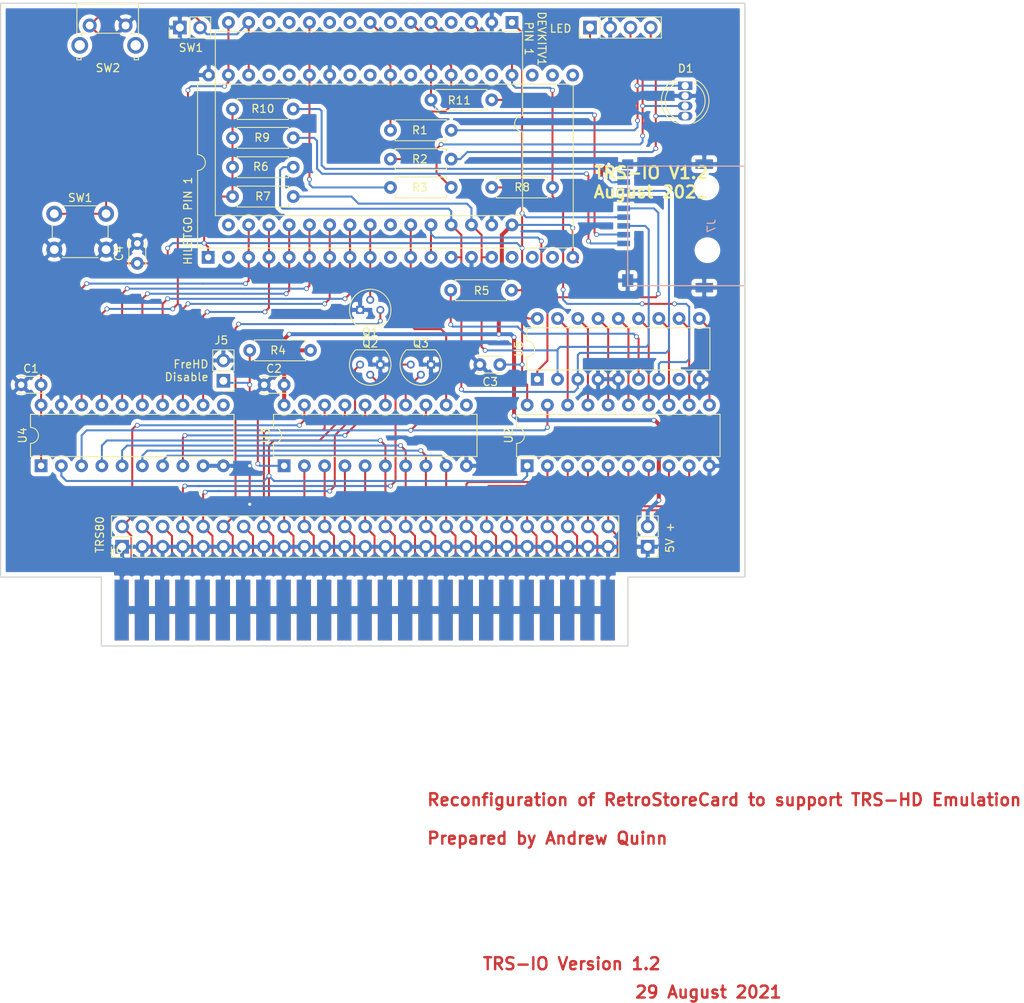
<source format=kicad_pcb>
(kicad_pcb (version 20171130) (host pcbnew "(5.1.5)-3")
  (layers (0 F.Cu signal) (31 B.Cu signal) (34 B.Paste user) (35 F.Paste user) (36 B.SilkS user) (37 F.SilkS user) (38 B.Mask user) (39 F.Mask user) (44 Edge.Cuts user))
  (net 0 "")
  (net 1 +3V3)
  (net 2 GND)
  (net 3 A0)
  (net 4 A1)
  (net 5 A2)
  (net 6 A3)
  (net 7 /ESP32_INT)
  (net 8 /WAIT)
  (net 9 /ESP_EXTIOSEL)
  (net 10 LED_RED)
  (net 11 LED_GREEN)
  (net 12 LED_BLUE)
  (net 13 /ESP32_IN)
  (net 14 ESP32_A2)
  (net 15 ESP32_D3)
  (net 16 ESP32_A3)
  (net 17 ESP32_A0)
  (net 18 ESP32_A1)
  (net 19 ESP32_D4)
  (net 20 ESP32_D5)
  (net 21 /ESP32_WAIT)
  (net 22 ESP32_D2)
  (net 23 ESP32_D6)
  (net 24 ESP32_D0)
  (net 25 ESP32_D7)
  (net 26 ESP32_D1)
  (net 27 /ESP32_SEL)
  (net 28 /ESP_SEL)
  (net 29 /ESP32_P31)
  (net 30 /ESP_P31)
  (net 31 +5V)
  (net 32 BUTTON)
  (net 33 EXT_RED)
  (net 34 EXT_BLUE)
  (net 35 EXT_GREEN)
  (net 36 /XHD)
  (net 37 _IORQ)
  (net 38 _M1)
  (net 39 NC)
  (net 40 _EXTIOSEL)
  (net 41 _IOWAIT)
  (net 42 _IOINT)
  (net 43 _RESET)
  (net 44 _OUT)
  (net 45 _IN)
  (net 46 A7)
  (net 47 A6)
  (net 48 A5)
  (net 49 A4)
  (net 50 D7)
  (net 51 D6)
  (net 52 D5)
  (net 53 D4)
  (net 54 D3)
  (net 55 D2)
  (net 56 D1)
  (net 57 D0)
  (net 58 "Net-(J7-Pad1)")
  (net 59 CS_SD)
  (net 60 MOSI)
  (net 61 SCK)
  (net 62 MISO)
  (net 63 "Net-(J7-Pad8)")
  (net 64 "Net-(R5-Pad2)")
  (net 65 CS_EXPAND)
  (module Mounting_Holes:MountingHole_2.2mm_M2 (layer F.Cu) (at 214.376 99.949)
    (fp_text reference REF** hide)
    (fp_text value MountingHole_2.2mm_M2)
    (pad 1 np_thru_hole circle (at 0 0) (size 2.2 2.2) (drill 2.2) (layers *.Cu *.Mask))
  )
  (module Mounting_Holes:MountingHole_2.2mm_M2 (layer F.Cu) (at 214.249 92.075)
    (fp_text reference REF** hide)
    (fp_text value MountingHole_2.2mm_M2)
    (pad 1 np_thru_hole circle (at 0 0) (size 2.2 2.2) (drill 2.2) (layers *.Cu *.Mask))
  )
  (module TRSIO:DIP-30_W25.4mm (layer F.Cu) (at 189.865 71.374 270)
    (fp_text reference U1B1 hide)
    (fp_text value ESP32_AliExpress hide)
    (pad 1 thru_hole rect (at 0 0 270) (size 1.6 1.6) (drill 0.8) (layers *.Cu *.Mask) (net 1 +3V3))
    (pad 2 thru_hole oval (at 0 2.54 270) (size 1.6 1.6) (drill 0.8) (layers *.Cu *.Mask) (net 2 GND))
    (pad 3 thru_hole oval (at 0 5.08 270) (size 1.6 1.6) (drill 0.8) (layers *.Cu *.Mask) (net 65 CS_EXPAND))
    (pad 4 thru_hole oval (at 0 7.62 270) (size 1.6 1.6) (drill 0.8) (layers *.Cu *.Mask))
    (pad 5 thru_hole oval (at 0 10.16 270) (size 1.6 1.6) (drill 0.8) (layers *.Cu *.Mask) (net 11 LED_GREEN))
    (pad 6 thru_hole oval (at 0 12.7 270) (size 1.6 1.6) (drill 0.8) (layers *.Cu *.Mask) (net 59 CS_SD))
    (pad 16 thru_hole oval (at 25.4 35.56 270) (size 1.6 1.6) (drill 0.8) (layers *.Cu *.Mask))
    (pad 7 thru_hole oval (at 0 15.24 270) (size 1.6 1.6) (drill 0.8) (layers *.Cu *.Mask))
    (pad 17 thru_hole oval (at 25.4 33.02 270) (size 1.6 1.6) (drill 0.8) (layers *.Cu *.Mask) (net 13 /ESP32_IN))
    (pad 8 thru_hole oval (at 0 17.78 270) (size 1.6 1.6) (drill 0.8) (layers *.Cu *.Mask) (net 10 LED_RED))
    (pad 18 thru_hole oval (at 25.4 30.48 270) (size 1.6 1.6) (drill 0.8) (layers *.Cu *.Mask) (net 29 /ESP32_P31))
    (pad 9 thru_hole oval (at 0 20.32 270) (size 1.6 1.6) (drill 0.8) (layers *.Cu *.Mask))
    (pad 19 thru_hole oval (at 25.4 27.94 270) (size 1.6 1.6) (drill 0.8) (layers *.Cu *.Mask) (net 14 ESP32_A2))
    (pad 10 thru_hole oval (at 0 22.86 270) (size 1.6 1.6) (drill 0.8) (layers *.Cu *.Mask))
    (pad 20 thru_hole oval (at 25.4 25.4 270) (size 1.6 1.6) (drill 0.8) (layers *.Cu *.Mask) (net 16 ESP32_A3))
    (pad 11 thru_hole oval (at 0 25.4 270) (size 1.6 1.6) (drill 0.8) (layers *.Cu *.Mask) (net 12 LED_BLUE))
    (pad 21 thru_hole oval (at 25.4 22.86 270) (size 1.6 1.6) (drill 0.8) (layers *.Cu *.Mask) (net 17 ESP32_A0))
    (pad 12 thru_hole oval (at 0 27.94 270) (size 1.6 1.6) (drill 0.8) (layers *.Cu *.Mask))
    (pad 22 thru_hole oval (at 25.4 20.32 270) (size 1.6 1.6) (drill 0.8) (layers *.Cu *.Mask) (net 18 ESP32_A1))
    (pad 13 thru_hole oval (at 0 30.48 270) (size 1.6 1.6) (drill 0.8) (layers *.Cu *.Mask))
    (pad 23 thru_hole oval (at 25.4 17.78 270) (size 1.6 1.6) (drill 0.8) (layers *.Cu *.Mask) (net 7 /ESP32_INT))
    (pad 14 thru_hole oval (at 0 33.02 270) (size 1.6 1.6) (drill 0.8) (layers *.Cu *.Mask) (net 32 BUTTON))
    (pad 24 thru_hole oval (at 25.4 15.24 270) (size 1.6 1.6) (drill 0.8) (layers *.Cu *.Mask))
    (pad 15 thru_hole oval (at 0 35.56 270) (size 1.6 1.6) (drill 0.8) (layers *.Cu *.Mask) (net 27 /ESP32_SEL))
    (pad 25 thru_hole oval (at 25.4 12.7 270) (size 1.6 1.6) (drill 0.8) (layers *.Cu *.Mask) (net 21 /ESP32_WAIT))
    (pad 26 thru_hole oval (at 25.4 10.16 270) (size 1.6 1.6) (drill 0.8) (layers *.Cu *.Mask) (net 61 SCK))
    (pad 27 thru_hole oval (at 25.4 7.62 270) (size 1.6 1.6) (drill 0.8) (layers *.Cu *.Mask) (net 62 MISO))
    (pad 28 thru_hole oval (at 25.4 5.08 270) (size 1.6 1.6) (drill 0.8) (layers *.Cu *.Mask) (net 60 MOSI))
    (pad 29 thru_hole oval (at 25.4 2.54 270) (size 1.6 1.6) (drill 0.8) (layers *.Cu *.Mask) (net 2 GND))
    (pad 30 thru_hole oval (at 25.4 0 270) (size 1.6 1.6) (drill 0.8) (layers *.Cu *.Mask) (net 31 +5V))
  )
  (module Capacitors_THT:C_Disc_D3.0mm_W2.0mm_P2.50mm (layer F.Cu) (at 130.81 116.84 180)
    (fp_text reference C1 (at 1.27 2.032 180) (layer F.SilkS))
    (fp_text value 0.1 hide)
    (pad 1 thru_hole circle (at 0 0 180) (size 1.6 1.6) (drill 0.8) (layers *.Cu *.Mask) (net 1 +3V3))
    (pad 2 thru_hole circle (at 2.5 0 180) (size 1.6 1.6) (drill 0.8) (layers *.Cu *.Mask) (net 2 GND))
  )
  (module Capacitors_THT:C_Disc_D3.0mm_W2.0mm_P2.50mm (layer F.Cu) (at 161.29 116.84 180)
    (fp_text reference C2 (at 1.27 2.032 180) (layer F.SilkS))
    (fp_text value 0.1 hide)
    (pad 1 thru_hole circle (at 0 0 180) (size 1.6 1.6) (drill 0.8) (layers *.Cu *.Mask) (net 31 +5V))
    (pad 2 thru_hole circle (at 2.5 0 180) (size 1.6 1.6) (drill 0.8) (layers *.Cu *.Mask) (net 2 GND))
  )
  (module Capacitors_THT:C_Disc_D3.0mm_W2.0mm_P2.50mm (layer F.Cu) (at 188.341 114.3 180)
    (fp_text reference C3 (at 1.2065 -2.159 180) (layer F.SilkS))
    (fp_text value 0.1 hide)
    (pad 1 thru_hole circle (at 0 0 180) (size 1.6 1.6) (drill 0.8) (layers *.Cu *.Mask) (net 1 +3V3))
    (pad 2 thru_hole circle (at 2.5 0 180) (size 1.6 1.6) (drill 0.8) (layers *.Cu *.Mask) (net 2 GND))
  )
  (module Capacitors_THT:C_Disc_D3.0mm_W2.0mm_P2.50mm (layer F.Cu) (at 142.875 101.6 90)
    (fp_text reference C4 (at 1.25 -2.31 90) (layer F.SilkS))
    (fp_text value 0.1)
    (pad 1 thru_hole circle (at 0 0 90) (size 1.6 1.6) (drill 0.8) (layers *.Cu *.Mask) (net 1 +3V3))
    (pad 2 thru_hole circle (at 2.5 0 90) (size 1.6 1.6) (drill 0.8) (layers *.Cu *.Mask) (net 2 GND))
  )
  (module LEDs:LED_D5.0mm-4 (layer F.Cu) (at 211.582 79.3115 270)
    (fp_text reference D1 (at -2.159 -0.0635) (layer F.SilkS))
    (fp_text value LED_RCBG hide)
    (pad 1 thru_hole rect (at 0 0 270) (size 1.07 1.8) (drill 0.9) (layers *.Cu *.Mask) (net 33 EXT_RED))
    (pad 2 thru_hole oval (at 1.27 0 270) (size 1.07 1.8) (drill 0.9) (layers *.Cu *.Mask) (net 2 GND))
    (pad 3 thru_hole oval (at 2.54 0 270) (size 1.07 1.8) (drill 0.9) (layers *.Cu *.Mask) (net 34 EXT_BLUE))
    (pad 4 thru_hole oval (at 3.81 0 270) (size 1.07 1.8) (drill 0.9) (layers *.Cu *.Mask) (net 35 EXT_GREEN))
  )
  (module TO_SOT_Packages_THT:TO-92_Molded_Narrow (layer F.Cu) (at 170.815 107.442)
    (fp_text reference Q1 (at 1.27 2.794) (layer F.SilkS))
    (fp_text value 2N7000 hide)
    (pad 2 thru_hole circle (at 1.27 -1.27 90) (size 1 1) (drill 0.6) (layers *.Cu *.Mask) (net 7 /ESP32_INT))
    (pad 3 thru_hole circle (at 2.54 0 90) (size 1 1) (drill 0.6) (layers *.Cu *.Mask) (net 42 _IOINT))
    (pad 1 thru_hole rect (at 0 0 90) (size 1 1) (drill 0.6) (layers *.Cu *.Mask) (net 2 GND))
  )
  (module TO_SOT_Packages_THT:TO-92_Molded_Narrow (layer F.Cu) (at 173.355 114.3 180)
    (fp_text reference Q2 (at 1.27 2.667 180) (layer F.SilkS))
    (fp_text value 2N7000 hide)
    (pad 2 thru_hole circle (at 1.27 -1.27 270) (size 1 1) (drill 0.6) (layers *.Cu *.Mask) (net 8 /WAIT))
    (pad 3 thru_hole circle (at 2.54 0 270) (size 1 1) (drill 0.6) (layers *.Cu *.Mask) (net 41 _IOWAIT))
    (pad 1 thru_hole rect (at 0 0 270) (size 1 1) (drill 0.6) (layers *.Cu *.Mask) (net 2 GND))
  )
  (module TO_SOT_Packages_THT:TO-92_Molded_Narrow (layer F.Cu) (at 179.705 114.3 180)
    (fp_text reference Q3 (at 1.27 2.667 180) (layer F.SilkS))
    (fp_text value 2N7000 hide)
    (pad 2 thru_hole circle (at 1.27 -1.27 270) (size 1 1) (drill 0.6) (layers *.Cu *.Mask) (net 9 /ESP_EXTIOSEL))
    (pad 3 thru_hole circle (at 2.54 0 270) (size 1 1) (drill 0.6) (layers *.Cu *.Mask) (net 40 _EXTIOSEL))
    (pad 1 thru_hole rect (at 0 0 270) (size 1 1) (drill 0.6) (layers *.Cu *.Mask) (net 2 GND))
  )
  (module Resistors_THT:R_Axial_DIN0207_L6.3mm_D2.5mm_P7.62mm_Horizontal (layer F.Cu) (at 174.625 84.8995)
    (fp_text reference R1 (at 3.683 0) (layer F.SilkS))
    (fp_text value 100 hide)
    (pad 1 thru_hole circle (at 0 0) (size 1.6 1.6) (drill 0.8) (layers *.Cu *.Mask) (net 10 LED_RED))
    (pad 2 thru_hole oval (at 7.62 0) (size 1.6 1.6) (drill 0.8) (layers *.Cu *.Mask) (net 33 EXT_RED))
  )
  (module Resistors_THT:R_Axial_DIN0207_L6.3mm_D2.5mm_P7.62mm_Horizontal (layer F.Cu) (at 174.625 88.519)
    (fp_text reference R2 (at 3.683 0) (layer F.SilkS))
    (fp_text value 100 hide)
    (pad 1 thru_hole circle (at 0 0) (size 1.6 1.6) (drill 0.8) (layers *.Cu *.Mask) (net 11 LED_GREEN))
    (pad 2 thru_hole oval (at 7.62 0) (size 1.6 1.6) (drill 0.8) (layers *.Cu *.Mask) (net 35 EXT_GREEN))
  )
  (module Resistors_THT:R_Axial_DIN0207_L6.3mm_D2.5mm_P7.62mm_Horizontal (layer F.Cu) (at 174.625 92.075)
    (fp_text reference R3 (at 3.683 0) (layer F.SilkS))
    (fp_text value 100 hide)
    (pad 1 thru_hole circle (at 0 0) (size 1.6 1.6) (drill 0.8) (layers *.Cu *.Mask) (net 12 LED_BLUE))
    (pad 2 thru_hole oval (at 7.62 0) (size 1.6 1.6) (drill 0.8) (layers *.Cu *.Mask) (net 34 EXT_BLUE))
  )
  (module Buttons_Switches_THT:SW_PUSH_6mm_h9.5mm (layer F.Cu) (at 132.461 95.377)
    (fp_text reference SW1 (at 3.25 -2) (layer F.SilkS))
    (fp_text value SW_Push hide)
    (pad 2 thru_hole circle (at 0 4.5 90) (size 2 2) (drill 1.1) (layers *.Cu *.Mask) (net 2 GND))
    (pad 1 thru_hole circle (at 0 0 90) (size 2 2) (drill 1.1) (layers *.Cu *.Mask) (net 32 BUTTON))
    (pad 2 thru_hole circle (at 6.5 4.5 90) (size 2 2) (drill 1.1) (layers *.Cu *.Mask) (net 2 GND))
    (pad 1 thru_hole circle (at 6.5 0 90) (size 2 2) (drill 1.1) (layers *.Cu *.Mask) (net 32 BUTTON))
  )
  (module Housings_DIP:DIP-20_W7.62mm (layer F.Cu) (at 191.77 127 90)
    (fp_text reference U2 (at 3.81 -2.33 90) (layer F.SilkS))
    (fp_text value 74LVC245)
    (pad 1 thru_hole rect (at 0 0 90) (size 1.6 1.6) (drill 0.8) (layers *.Cu *.Mask) (net 45 _IN))
    (pad 11 thru_hole oval (at 7.62 22.86 90) (size 1.6 1.6) (drill 0.8) (layers *.Cu *.Mask) (net 24 ESP32_D0))
    (pad 2 thru_hole oval (at 0 2.54 90) (size 1.6 1.6) (drill 0.8) (layers *.Cu *.Mask) (net 50 D7))
    (pad 12 thru_hole oval (at 7.62 20.32 90) (size 1.6 1.6) (drill 0.8) (layers *.Cu *.Mask) (net 26 ESP32_D1))
    (pad 3 thru_hole oval (at 0 5.08 90) (size 1.6 1.6) (drill 0.8) (layers *.Cu *.Mask) (net 51 D6))
    (pad 13 thru_hole oval (at 7.62 17.78 90) (size 1.6 1.6) (drill 0.8) (layers *.Cu *.Mask) (net 22 ESP32_D2))
    (pad 4 thru_hole oval (at 0 7.62 90) (size 1.6 1.6) (drill 0.8) (layers *.Cu *.Mask) (net 52 D5))
    (pad 14 thru_hole oval (at 7.62 15.24 90) (size 1.6 1.6) (drill 0.8) (layers *.Cu *.Mask) (net 15 ESP32_D3))
    (pad 5 thru_hole oval (at 0 10.16 90) (size 1.6 1.6) (drill 0.8) (layers *.Cu *.Mask) (net 53 D4))
    (pad 15 thru_hole oval (at 7.62 12.7 90) (size 1.6 1.6) (drill 0.8) (layers *.Cu *.Mask) (net 19 ESP32_D4))
    (pad 6 thru_hole oval (at 0 12.7 90) (size 1.6 1.6) (drill 0.8) (layers *.Cu *.Mask) (net 54 D3))
    (pad 16 thru_hole oval (at 7.62 10.16 90) (size 1.6 1.6) (drill 0.8) (layers *.Cu *.Mask) (net 20 ESP32_D5))
    (pad 7 thru_hole oval (at 0 15.24 90) (size 1.6 1.6) (drill 0.8) (layers *.Cu *.Mask) (net 55 D2))
    (pad 17 thru_hole oval (at 7.62 7.62 90) (size 1.6 1.6) (drill 0.8) (layers *.Cu *.Mask) (net 23 ESP32_D6))
    (pad 8 thru_hole oval (at 0 17.78 90) (size 1.6 1.6) (drill 0.8) (layers *.Cu *.Mask) (net 56 D1))
    (pad 18 thru_hole oval (at 7.62 5.08 90) (size 1.6 1.6) (drill 0.8) (layers *.Cu *.Mask) (net 25 ESP32_D7))
    (pad 9 thru_hole oval (at 0 20.32 90) (size 1.6 1.6) (drill 0.8) (layers *.Cu *.Mask) (net 57 D0))
    (pad 19 thru_hole oval (at 7.62 2.54 90) (size 1.6 1.6) (drill 0.8) (layers *.Cu *.Mask) (net 28 /ESP_SEL))
    (pad 10 thru_hole oval (at 0 22.86 90) (size 1.6 1.6) (drill 0.8) (layers *.Cu *.Mask) (net 2 GND))
    (pad 20 thru_hole oval (at 7.62 0 90) (size 1.6 1.6) (drill 0.8) (layers *.Cu *.Mask) (net 1 +3V3))
  )
  (module Housings_DIP:DIP-20_W7.62mm (layer F.Cu) (at 161.29 127 90)
    (fp_text reference U3 (at 3.81 -2.33 90) (layer F.SilkS))
    (fp_text value GAL16V8 hide)
    (pad 1 thru_hole rect (at 0 0 90) (size 1.6 1.6) (drill 0.8) (layers *.Cu *.Mask) (net 36 /XHD))
    (pad 11 thru_hole oval (at 7.62 22.86 90) (size 1.6 1.6) (drill 0.8) (layers *.Cu *.Mask))
    (pad 2 thru_hole oval (at 0 2.54 90) (size 1.6 1.6) (drill 0.8) (layers *.Cu *.Mask) (net 46 A7))
    (pad 12 thru_hole oval (at 7.62 20.32 90) (size 1.6 1.6) (drill 0.8) (layers *.Cu *.Mask) (net 21 /ESP32_WAIT))
    (pad 3 thru_hole oval (at 0 5.08 90) (size 1.6 1.6) (drill 0.8) (layers *.Cu *.Mask) (net 47 A6))
    (pad 13 thru_hole oval (at 7.62 17.78 90) (size 1.6 1.6) (drill 0.8) (layers *.Cu *.Mask) (net 28 /ESP_SEL))
    (pad 4 thru_hole oval (at 0 7.62 90) (size 1.6 1.6) (drill 0.8) (layers *.Cu *.Mask) (net 48 A5))
    (pad 14 thru_hole oval (at 7.62 15.24 90) (size 1.6 1.6) (drill 0.8) (layers *.Cu *.Mask) (net 9 /ESP_EXTIOSEL))
    (pad 5 thru_hole oval (at 0 10.16 90) (size 1.6 1.6) (drill 0.8) (layers *.Cu *.Mask) (net 49 A4))
    (pad 15 thru_hole oval (at 7.62 12.7 90) (size 1.6 1.6) (drill 0.8) (layers *.Cu *.Mask) (net 8 /WAIT))
    (pad 6 thru_hole oval (at 0 12.7 90) (size 1.6 1.6) (drill 0.8) (layers *.Cu *.Mask) (net 6 A3))
    (pad 16 thru_hole oval (at 7.62 10.16 90) (size 1.6 1.6) (drill 0.8) (layers *.Cu *.Mask) (net 30 /ESP_P31))
    (pad 7 thru_hole oval (at 0 15.24 90) (size 1.6 1.6) (drill 0.8) (layers *.Cu *.Mask) (net 5 A2))
    (pad 17 thru_hole oval (at 7.62 7.62 90) (size 1.6 1.6) (drill 0.8) (layers *.Cu *.Mask) (net 45 _IN))
    (pad 8 thru_hole oval (at 0 17.78 90) (size 1.6 1.6) (drill 0.8) (layers *.Cu *.Mask) (net 4 A1))
    (pad 18 thru_hole oval (at 7.62 5.08 90) (size 1.6 1.6) (drill 0.8) (layers *.Cu *.Mask) (net 44 _OUT))
    (pad 9 thru_hole oval (at 0 20.32 90) (size 1.6 1.6) (drill 0.8) (layers *.Cu *.Mask) (net 3 A0))
    (pad 19 thru_hole oval (at 7.62 2.54 90) (size 1.6 1.6) (drill 0.8) (layers *.Cu *.Mask) (net 37 _IORQ))
    (pad 10 thru_hole oval (at 0 22.86 90) (size 1.6 1.6) (drill 0.8) (layers *.Cu *.Mask) (net 2 GND))
    (pad 20 thru_hole oval (at 7.62 0 90) (size 1.6 1.6) (drill 0.8) (layers *.Cu *.Mask) (net 31 +5V))
  )
  (module Housings_DIP:DIP-20_W7.62mm (layer F.Cu) (at 130.81 127 90)
    (fp_text reference U4 (at 3.81 -2.33 90) (layer F.SilkS))
    (fp_text value 74LVC245 hide)
    (pad 1 thru_hole rect (at 0 0 90) (size 1.6 1.6) (drill 0.8) (layers *.Cu *.Mask) (net 1 +3V3))
    (pad 11 thru_hole oval (at 7.62 22.86 90) (size 1.6 1.6) (drill 0.8) (layers *.Cu *.Mask))
    (pad 2 thru_hole oval (at 0 2.54 90) (size 1.6 1.6) (drill 0.8) (layers *.Cu *.Mask) (net 45 _IN))
    (pad 12 thru_hole oval (at 7.62 20.32 90) (size 1.6 1.6) (drill 0.8) (layers *.Cu *.Mask) (net 29 /ESP32_P31))
    (pad 3 thru_hole oval (at 0 5.08 90) (size 1.6 1.6) (drill 0.8) (layers *.Cu *.Mask) (net 28 /ESP_SEL))
    (pad 13 thru_hole oval (at 7.62 17.78 90) (size 1.6 1.6) (drill 0.8) (layers *.Cu *.Mask) (net 17 ESP32_A0))
    (pad 4 thru_hole oval (at 0 7.62 90) (size 1.6 1.6) (drill 0.8) (layers *.Cu *.Mask) (net 6 A3))
    (pad 14 thru_hole oval (at 7.62 15.24 90) (size 1.6 1.6) (drill 0.8) (layers *.Cu *.Mask) (net 18 ESP32_A1))
    (pad 5 thru_hole oval (at 0 10.16 90) (size 1.6 1.6) (drill 0.8) (layers *.Cu *.Mask) (net 5 A2))
    (pad 15 thru_hole oval (at 7.62 12.7 90) (size 1.6 1.6) (drill 0.8) (layers *.Cu *.Mask) (net 14 ESP32_A2))
    (pad 6 thru_hole oval (at 0 12.7 90) (size 1.6 1.6) (drill 0.8) (layers *.Cu *.Mask) (net 4 A1))
    (pad 16 thru_hole oval (at 7.62 10.16 90) (size 1.6 1.6) (drill 0.8) (layers *.Cu *.Mask) (net 16 ESP32_A3))
    (pad 7 thru_hole oval (at 0 15.24 90) (size 1.6 1.6) (drill 0.8) (layers *.Cu *.Mask) (net 3 A0))
    (pad 17 thru_hole oval (at 7.62 7.62 90) (size 1.6 1.6) (drill 0.8) (layers *.Cu *.Mask) (net 27 /ESP32_SEL))
    (pad 8 thru_hole oval (at 0 17.78 90) (size 1.6 1.6) (drill 0.8) (layers *.Cu *.Mask) (net 30 /ESP_P31))
    (pad 18 thru_hole oval (at 7.62 5.08 90) (size 1.6 1.6) (drill 0.8) (layers *.Cu *.Mask) (net 13 /ESP32_IN))
    (pad 9 thru_hole oval (at 0 20.32 90) (size 1.6 1.6) (drill 0.8) (layers *.Cu *.Mask) (net 2 GND))
    (pad 19 thru_hole oval (at 7.62 2.54 90) (size 1.6 1.6) (drill 0.8) (layers *.Cu *.Mask) (net 2 GND))
    (pad 10 thru_hole oval (at 0 22.86 90) (size 1.6 1.6) (drill 0.8) (layers *.Cu *.Mask) (net 2 GND))
    (pad 20 thru_hole oval (at 7.62 0 90) (size 1.6 1.6) (drill 0.8) (layers *.Cu *.Mask) (net 1 +3V3))
  )
  (module TRSIO:Pin_Header_Straight_2x25_Pitch2.54mm (layer F.Cu) (at 140.97 137.16 90)
    (fp_text reference J1 hide)
    (fp_text value "TRS80 " hide)
    (pad 50 thru_hole rect (at 0 0 90) (size 1.7 1.7) (drill 1) (layers *.Cu *.Mask) (net 2 GND))
    (pad 49 thru_hole oval (at 2.54 0 90) (size 1.7 1.7) (drill 1) (layers *.Cu *.Mask) (net 37 _IORQ))
    (pad 48 thru_hole oval (at 0 2.54 90) (size 1.7 1.7) (drill 1) (layers *.Cu *.Mask) (net 2 GND))
    (pad 47 thru_hole oval (at 2.54 2.54 90) (size 1.7 1.7) (drill 1) (layers *.Cu *.Mask) (net 38 _M1))
    (pad 46 thru_hole oval (at 0 5.08 90) (size 1.7 1.7) (drill 1) (layers *.Cu *.Mask) (net 2 GND))
    (pad 45 thru_hole oval (at 2.54 5.08 90) (size 1.7 1.7) (drill 1) (layers *.Cu *.Mask) (net 39 NC))
    (pad 44 thru_hole oval (at 0 7.62 90) (size 1.7 1.7) (drill 1) (layers *.Cu *.Mask) (net 2 GND))
    (pad 43 thru_hole oval (at 2.54 7.62 90) (size 1.7 1.7) (drill 1) (layers *.Cu *.Mask) (net 40 _EXTIOSEL))
    (pad 42 thru_hole oval (at 0 10.16 90) (size 1.7 1.7) (drill 1) (layers *.Cu *.Mask) (net 2 GND))
    (pad 41 thru_hole oval (at 2.54 10.16 90) (size 1.7 1.7) (drill 1) (layers *.Cu *.Mask) (net 41 _IOWAIT))
    (pad 40 thru_hole oval (at 0 12.7 90) (size 1.7 1.7) (drill 1) (layers *.Cu *.Mask) (net 2 GND))
    (pad 39 thru_hole oval (at 2.54 12.7 90) (size 1.7 1.7) (drill 1) (layers *.Cu *.Mask) (net 42 _IOINT))
    (pad 38 thru_hole oval (at 0 15.24 90) (size 1.7 1.7) (drill 1) (layers *.Cu *.Mask) (net 2 GND))
    (pad 37 thru_hole oval (at 2.54 15.24 90) (size 1.7 1.7) (drill 1) (layers *.Cu *.Mask) (net 43 _RESET))
    (pad 36 thru_hole oval (at 0 17.78 90) (size 1.7 1.7) (drill 1) (layers *.Cu *.Mask) (net 2 GND))
    (pad 35 thru_hole oval (at 2.54 17.78 90) (size 1.7 1.7) (drill 1) (layers *.Cu *.Mask) (net 44 _OUT))
    (pad 34 thru_hole oval (at 0 20.32 90) (size 1.7 1.7) (drill 1) (layers *.Cu *.Mask) (net 2 GND))
    (pad 33 thru_hole oval (at 2.54 20.32 90) (size 1.7 1.7) (drill 1) (layers *.Cu *.Mask) (net 45 _IN))
    (pad 32 thru_hole oval (at 0 22.86 90) (size 1.7 1.7) (drill 1) (layers *.Cu *.Mask) (net 2 GND))
    (pad 31 thru_hole oval (at 2.54 22.86 90) (size 1.7 1.7) (drill 1) (layers *.Cu *.Mask) (net 46 A7))
    (pad 30 thru_hole oval (at 0 25.4 90) (size 1.7 1.7) (drill 1) (layers *.Cu *.Mask) (net 2 GND))
    (pad 29 thru_hole oval (at 2.54 25.4 90) (size 1.7 1.7) (drill 1) (layers *.Cu *.Mask) (net 47 A6))
    (pad 28 thru_hole oval (at 0 27.94 90) (size 1.7 1.7) (drill 1) (layers *.Cu *.Mask) (net 2 GND))
    (pad 27 thru_hole oval (at 2.54 27.94 90) (size 1.7 1.7) (drill 1) (layers *.Cu *.Mask) (net 48 A5))
    (pad 26 thru_hole oval (at 0 30.48 90) (size 1.7 1.7) (drill 1) (layers *.Cu *.Mask) (net 2 GND))
    (pad 25 thru_hole oval (at 2.54 30.48 90) (size 1.7 1.7) (drill 1) (layers *.Cu *.Mask) (net 49 A4))
    (pad 24 thru_hole oval (at 0 33.02 90) (size 1.7 1.7) (drill 1) (layers *.Cu *.Mask) (net 2 GND))
    (pad 23 thru_hole oval (at 2.54 33.02 90) (size 1.7 1.7) (drill 1) (layers *.Cu *.Mask) (net 6 A3))
    (pad 22 thru_hole oval (at 0 35.56 90) (size 1.7 1.7) (drill 1) (layers *.Cu *.Mask) (net 2 GND))
    (pad 21 thru_hole oval (at 2.54 35.56 90) (size 1.7 1.7) (drill 1) (layers *.Cu *.Mask) (net 5 A2))
    (pad 20 thru_hole oval (at 0 38.1 90) (size 1.7 1.7) (drill 1) (layers *.Cu *.Mask) (net 2 GND))
    (pad 19 thru_hole oval (at 2.54 38.1 90) (size 1.7 1.7) (drill 1) (layers *.Cu *.Mask) (net 4 A1))
    (pad 18 thru_hole oval (at 0 40.64 90) (size 1.7 1.7) (drill 1) (layers *.Cu *.Mask) (net 2 GND))
    (pad 17 thru_hole oval (at 2.54 40.64 90) (size 1.7 1.7) (drill 1) (layers *.Cu *.Mask) (net 3 A0))
    (pad 16 thru_hole oval (at 0 43.18 90) (size 1.7 1.7) (drill 1) (layers *.Cu *.Mask) (net 2 GND))
    (pad 15 thru_hole oval (at 2.54 43.18 90) (size 1.7 1.7) (drill 1) (layers *.Cu *.Mask) (net 50 D7))
    (pad 14 thru_hole oval (at 0 45.72 90) (size 1.7 1.7) (drill 1) (layers *.Cu *.Mask) (net 2 GND))
    (pad 13 thru_hole oval (at 2.54 45.72 90) (size 1.7 1.7) (drill 1) (layers *.Cu *.Mask) (net 51 D6))
    (pad 12 thru_hole oval (at 0 48.26 90) (size 1.7 1.7) (drill 1) (layers *.Cu *.Mask) (net 2 GND))
    (pad 11 thru_hole oval (at 2.54 48.26 90) (size 1.7 1.7) (drill 1) (layers *.Cu *.Mask) (net 52 D5))
    (pad 10 thru_hole oval (at 0 50.8 90) (size 1.7 1.7) (drill 1) (layers *.Cu *.Mask) (net 2 GND))
    (pad 9 thru_hole oval (at 2.54 50.8 90) (size 1.7 1.7) (drill 1) (layers *.Cu *.Mask) (net 53 D4))
    (pad 8 thru_hole oval (at 0 53.34 90) (size 1.7 1.7) (drill 1) (layers *.Cu *.Mask) (net 2 GND))
    (pad 7 thru_hole oval (at 2.54 53.34 90) (size 1.7 1.7) (drill 1) (layers *.Cu *.Mask) (net 54 D3))
    (pad 6 thru_hole oval (at 0 55.88 90) (size 1.7 1.7) (drill 1) (layers *.Cu *.Mask) (net 2 GND))
    (pad 5 thru_hole oval (at 2.54 55.88 90) (size 1.7 1.7) (drill 1) (layers *.Cu *.Mask) (net 55 D2))
    (pad 4 thru_hole oval (at 0 58.42 90) (size 1.7 1.7) (drill 1) (layers *.Cu *.Mask) (net 2 GND))
    (pad 3 thru_hole oval (at 2.54 58.42 90) (size 1.7 1.7) (drill 1) (layers *.Cu *.Mask) (net 56 D1))
    (pad 2 thru_hole oval (at 0 60.96 90) (size 1.7 1.7) (drill 1) (layers *.Cu *.Mask) (net 2 GND))
    (pad 1 thru_hole oval (at 2.54 60.96 90) (size 1.7 1.7) (drill 1) (layers *.Cu *.Mask) (net 57 D0))
  )
  (module TRSIO:DIP-38_W22.9mm (layer F.Cu) (at 151.765 100.838 90)
    (fp_text reference U1A1 hide)
    (fp_text value ESP32S hide)
    (pad 1 thru_hole rect (at 0 0 90) (size 1.6 1.6) (drill 0.8) (layers *.Cu *.Mask) (net 1 +3V3))
    (pad 2 thru_hole oval (at 0 2.54 90) (size 1.6 1.6) (drill 0.8) (layers *.Cu *.Mask))
    (pad 20 thru_hole oval (at 22.86 45.72 90) (size 1.6 1.6) (drill 0.8) (layers *.Cu *.Mask))
    (pad 3 thru_hole oval (at 0 5.08 90) (size 1.6 1.6) (drill 0.8) (layers *.Cu *.Mask) (net 13 /ESP32_IN))
    (pad 21 thru_hole oval (at 22.86 43.18 90) (size 1.6 1.6) (drill 0.8) (layers *.Cu *.Mask))
    (pad 4 thru_hole oval (at 0 7.62 90) (size 1.6 1.6) (drill 0.8) (layers *.Cu *.Mask) (net 29 /ESP32_P31))
    (pad 22 thru_hole oval (at 22.86 40.64 90) (size 1.6 1.6) (drill 0.8) (layers *.Cu *.Mask))
    (pad 5 thru_hole oval (at 0 10.16 90) (size 1.6 1.6) (drill 0.8) (layers *.Cu *.Mask) (net 14 ESP32_A2))
    (pad 23 thru_hole oval (at 22.86 38.1 90) (size 1.6 1.6) (drill 0.8) (layers *.Cu *.Mask) (net 65 CS_EXPAND))
    (pad 6 thru_hole oval (at 0 12.7 90) (size 1.6 1.6) (drill 0.8) (layers *.Cu *.Mask) (net 16 ESP32_A3))
    (pad 24 thru_hole oval (at 22.86 35.56 90) (size 1.6 1.6) (drill 0.8) (layers *.Cu *.Mask))
    (pad 7 thru_hole oval (at 0 15.24 90) (size 1.6 1.6) (drill 0.8) (layers *.Cu *.Mask) (net 17 ESP32_A0))
    (pad 25 thru_hole oval (at 22.86 33.02 90) (size 1.6 1.6) (drill 0.8) (layers *.Cu *.Mask))
    (pad 8 thru_hole oval (at 0 17.78 90) (size 1.6 1.6) (drill 0.8) (layers *.Cu *.Mask) (net 18 ESP32_A1))
    (pad 26 thru_hole oval (at 22.86 30.48 90) (size 1.6 1.6) (drill 0.8) (layers *.Cu *.Mask) (net 11 LED_GREEN))
    (pad 9 thru_hole oval (at 0 20.32 90) (size 1.6 1.6) (drill 0.8) (layers *.Cu *.Mask) (net 7 /ESP32_INT))
    (pad 27 thru_hole oval (at 22.86 27.94 90) (size 1.6 1.6) (drill 0.8) (layers *.Cu *.Mask) (net 59 CS_SD))
    (pad 10 thru_hole oval (at 0 22.86 90) (size 1.6 1.6) (drill 0.8) (layers *.Cu *.Mask))
    (pad 28 thru_hole oval (at 22.86 25.4 90) (size 1.6 1.6) (drill 0.8) (layers *.Cu *.Mask))
    (pad 11 thru_hole oval (at 0 25.4 90) (size 1.6 1.6) (drill 0.8) (layers *.Cu *.Mask) (net 21 /ESP32_WAIT))
    (pad 29 thru_hole oval (at 22.86 22.86 90) (size 1.6 1.6) (drill 0.8) (layers *.Cu *.Mask) (net 10 LED_RED))
    (pad 12 thru_hole oval (at 0 27.94 90) (size 1.6 1.6) (drill 0.8) (layers *.Cu *.Mask) (net 61 SCK))
    (pad 30 thru_hole oval (at 22.86 20.32 90) (size 1.6 1.6) (drill 0.8) (layers *.Cu *.Mask))
    (pad 13 thru_hole oval (at 0 30.48 90) (size 1.6 1.6) (drill 0.8) (layers *.Cu *.Mask) (net 62 MISO))
    (pad 31 thru_hole oval (at 22.86 17.78 90) (size 1.6 1.6) (drill 0.8) (layers *.Cu *.Mask))
    (pad 14 thru_hole oval (at 0 33.02 90) (size 1.6 1.6) (drill 0.8) (layers *.Cu *.Mask) (net 2 GND))
    (pad 32 thru_hole oval (at 22.86 15.24 90) (size 1.6 1.6) (drill 0.8) (layers *.Cu *.Mask) (net 2 GND))
    (pad 15 thru_hole oval (at 0 35.56 90) (size 1.6 1.6) (drill 0.8) (layers *.Cu *.Mask) (net 60 MOSI))
    (pad 33 thru_hole oval (at 22.86 12.7 90) (size 1.6 1.6) (drill 0.8) (layers *.Cu *.Mask) (net 12 LED_BLUE))
    (pad 16 thru_hole oval (at 0 38.1 90) (size 1.6 1.6) (drill 0.8) (layers *.Cu *.Mask))
    (pad 34 thru_hole oval (at 22.86 10.16 90) (size 1.6 1.6) (drill 0.8) (layers *.Cu *.Mask))
    (pad 17 thru_hole oval (at 0 40.64 90) (size 1.6 1.6) (drill 0.8) (layers *.Cu *.Mask))
    (pad 35 thru_hole oval (at 22.86 7.62 90) (size 1.6 1.6) (drill 0.8) (layers *.Cu *.Mask))
    (pad 18 thru_hole oval (at 0 43.18 90) (size 1.6 1.6) (drill 0.8) (layers *.Cu *.Mask))
    (pad 36 thru_hole oval (at 22.86 5.08 90) (size 1.6 1.6) (drill 0.8) (layers *.Cu *.Mask) (net 32 BUTTON))
    (pad 19 thru_hole oval (at 0 45.72 90) (size 1.6 1.6) (drill 0.8) (layers *.Cu *.Mask) (net 31 +5V))
    (pad 37 thru_hole oval (at 22.86 2.54 90) (size 1.6 1.6) (drill 0.8) (layers *.Cu *.Mask) (net 27 /ESP32_SEL))
    (pad 38 thru_hole oval (at 22.86 0.0635 90) (size 1.6 1.6) (drill 0.8) (layers *.Cu *.Mask) (net 2 GND))
  )
  (module Pin_Headers:Pin_Header_Straight_1x02_Pitch2.54mm (layer F.Cu) (at 206.883 137.16 180)
    (fp_text reference J2 hide)
    (fp_text value +5V hide)
    (pad 1 thru_hole rect (at 0 0 180) (size 1.7 1.7) (drill 1) (layers *.Cu *.Mask) (net 2 GND))
    (pad 2 thru_hole oval (at 0 2.54 180) (size 1.7 1.7) (drill 1) (layers *.Cu *.Mask) (net 31 +5V))
  )
  (module Pin_Headers:Pin_Header_Straight_1x02_Pitch2.54mm (layer F.Cu) (at 148.209 72.009 90)
    (fp_text reference J3 hide)
    (fp_text value BUTTON hide)
    (pad 1 thru_hole rect (at 0 0 90) (size 1.7 1.7) (drill 1) (layers *.Cu *.Mask) (net 2 GND))
    (pad 2 thru_hole oval (at 0 2.54 90) (size 1.7 1.7) (drill 1) (layers *.Cu *.Mask) (net 32 BUTTON))
  )
  (module Pin_Headers:Pin_Header_Straight_1x04_Pitch2.54mm (layer F.Cu) (at 199.644 72.009 90)
    (fp_text reference J4 hide)
    (fp_text value LED hide)
    (pad 1 thru_hole rect (at 0 0 90) (size 1.7 1.7) (drill 1) (layers *.Cu *.Mask) (net 33 EXT_RED))
    (pad 2 thru_hole oval (at 0 2.54 90) (size 1.7 1.7) (drill 1) (layers *.Cu *.Mask) (net 2 GND))
    (pad 3 thru_hole oval (at 0 5.08 90) (size 1.7 1.7) (drill 1) (layers *.Cu *.Mask) (net 34 EXT_BLUE))
    (pad 4 thru_hole oval (at 0 7.62 90) (size 1.7 1.7) (drill 1) (layers *.Cu *.Mask) (net 35 EXT_GREEN))
  )
  (module Buttons_Switches_THT:SW_Tactile_SPST_Angled_PTS645Vx31-2LFS (layer F.Cu) (at 136.906 71.755)
    (fp_text reference SW2 (at 2.286 5.334) (layer F.SilkS))
    (fp_text value "Right Angle" hide)
    (pad "" thru_hole circle (at 5.76 2.49) (size 2.1 2.1) (drill 1.3) (layers *.Cu *.Mask))
    (pad 2 thru_hole circle (at 4.5 0) (size 1.75 1.75) (drill 0.99) (layers *.Cu *.Mask) (net 2 GND))
    (pad 1 thru_hole circle (at 0 0) (size 1.75 1.75) (drill 0.99) (layers *.Cu *.Mask) (net 32 BUTTON))
    (pad "" thru_hole circle (at -1.25 2.49) (size 2.1 2.1) (drill 1.3) (layers *.Cu *.Mask))
  )
  (module Pin_Headers:Pin_Header_Straight_1x02_Pitch2.54mm (layer F.Cu) (at 153.67 116.332 180)
    (fp_text reference J5 (at 0.254 5.08 180) (layer F.SilkS))
    (fp_text value "FreHD Disable" hide)
    (pad 1 thru_hole rect (at 0 0 180) (size 1.7 1.7) (drill 1) (layers *.Cu *.Mask) (net 36 /XHD))
    (pad 2 thru_hole oval (at 0 2.54 180) (size 1.7 1.7) (drill 1) (layers *.Cu *.Mask) (net 2 GND))
  )
  (module Resistors_THT:R_Axial_DIN0207_L6.3mm_D2.5mm_P7.62mm_Horizontal (layer F.Cu) (at 164.592 112.522 180)
    (fp_text reference R4 (at 4.064 0 180) (layer F.SilkS))
    (fp_text value 4K7 hide)
    (pad 1 thru_hole circle (at 0 0 180) (size 1.6 1.6) (drill 0.8) (layers *.Cu *.Mask) (net 31 +5V))
    (pad 2 thru_hole oval (at 7.62 0 180) (size 1.6 1.6) (drill 0.8) (layers *.Cu *.Mask) (net 36 /XHD))
  )
  (module TRSIO:EDGE50 (layer F.Cu) (at 163.1315 145.0975)
    (fp_text reference J6 (at -22.86 -7.62) (layer F.SilkS))
    (fp_text value "TRS80 ")
    (pad 1 connect rect (at 38.735 0 180) (size 1.778 7.62) (layers F.Cu F.Mask) (net 57 D0))
    (pad 3 connect rect (at 36.195 0 180) (size 1.778 7.62) (layers F.Cu F.Mask) (net 56 D1))
    (pad 5 connect rect (at 33.655 0 180) (size 1.778 7.62) (layers F.Cu F.Mask) (net 55 D2))
    (pad 7 connect rect (at 31.115 0 180) (size 1.778 7.62) (layers F.Cu F.Mask) (net 54 D3))
    (pad 9 connect rect (at 28.575 0 180) (size 1.778 7.62) (layers F.Cu F.Mask) (net 53 D4))
    (pad 11 connect rect (at 26.035 0 180) (size 1.778 7.62) (layers F.Cu F.Mask) (net 52 D5))
    (pad 13 connect rect (at 23.495 0 180) (size 1.778 7.62) (layers F.Cu F.Mask) (net 51 D6))
    (pad 15 connect rect (at 20.955 0 180) (size 1.778 7.62) (layers F.Cu F.Mask) (net 50 D7))
    (pad 17 connect rect (at 18.415 0 180) (size 1.778 7.62) (layers F.Cu F.Mask) (net 3 A0))
    (pad 19 connect rect (at 15.875 0 180) (size 1.778 7.62) (layers F.Cu F.Mask) (net 4 A1))
    (pad 21 connect rect (at 13.335 0 180) (size 1.778 7.62) (layers F.Cu F.Mask) (net 5 A2))
    (pad 23 connect rect (at 10.795 0 180) (size 1.778 7.62) (layers F.Cu F.Mask) (net 6 A3))
    (pad 25 connect rect (at 8.255 0 180) (size 1.778 7.62) (layers F.Cu F.Mask) (net 49 A4))
    (pad 27 connect rect (at 5.715 0 180) (size 1.778 7.62) (layers F.Cu F.Mask) (net 48 A5))
    (pad 29 connect rect (at 3.175 0 180) (size 1.778 7.62) (layers F.Cu F.Mask) (net 47 A6))
    (pad 31 connect rect (at 0.635 0 180) (size 1.778 7.62) (layers F.Cu F.Mask) (net 46 A7))
    (pad 33 connect rect (at -1.905 0 180) (size 1.778 7.62) (layers F.Cu F.Mask) (net 45 _IN))
    (pad 35 connect rect (at -4.445 0 180) (size 1.778 7.62) (layers F.Cu F.Mask) (net 44 _OUT))
    (pad 37 connect rect (at -6.985 0 180) (size 1.778 7.62) (layers F.Cu F.Mask) (net 43 _RESET))
    (pad 39 connect rect (at -9.525 0 180) (size 1.778 7.62) (layers F.Cu F.Mask) (net 42 _IOINT))
    (pad 41 connect rect (at -12.065 0 180) (size 1.778 7.62) (layers F.Cu F.Mask) (net 41 _IOWAIT))
    (pad 43 connect rect (at -14.605 0 180) (size 1.778 7.62) (layers F.Cu F.Mask) (net 40 _EXTIOSEL))
    (pad 45 connect rect (at -17.145 0 180) (size 1.778 7.62) (layers F.Cu F.Mask) (net 39 NC))
    (pad 47 connect rect (at -19.685 0 180) (size 1.778 7.62) (layers F.Cu F.Mask) (net 38 _M1))
    (pad 49 connect rect (at -22.225 0 180) (size 1.778 7.62) (layers F.Cu F.Mask) (net 37 _IORQ))
    (pad 2 connect rect (at 38.735 0 180) (size 1.778 7.62) (layers B.Cu B.Mask) (net 2 GND))
    (pad 4 connect rect (at 36.195 0 180) (size 1.778 7.62) (layers B.Cu B.Mask) (net 2 GND))
    (pad 6 connect rect (at 33.655 0 180) (size 1.778 7.62) (layers B.Cu B.Mask) (net 2 GND))
    (pad 8 connect rect (at 31.115 0 180) (size 1.778 7.62) (layers B.Cu B.Mask) (net 2 GND))
    (pad 10 connect rect (at 28.575 0 180) (size 1.778 7.62) (layers B.Cu B.Mask) (net 2 GND))
    (pad 12 connect rect (at 26.035 0 180) (size 1.778 7.62) (layers B.Cu B.Mask) (net 2 GND))
    (pad 14 connect rect (at 23.495 0 180) (size 1.778 7.62) (layers B.Cu B.Mask) (net 2 GND))
    (pad 16 connect rect (at 20.955 0 180) (size 1.778 7.62) (layers B.Cu B.Mask) (net 2 GND))
    (pad 18 connect rect (at 18.415 0 180) (size 1.778 7.62) (layers B.Cu B.Mask) (net 2 GND))
    (pad 20 connect rect (at 15.875 0 180) (size 1.778 7.62) (layers B.Cu B.Mask) (net 2 GND))
    (pad 22 connect rect (at 13.335 0 180) (size 1.778 7.62) (layers B.Cu B.Mask) (net 2 GND))
    (pad 24 connect rect (at 10.795 0 180) (size 1.778 7.62) (layers B.Cu B.Mask) (net 2 GND))
    (pad 26 connect rect (at 8.255 0 180) (size 1.778 7.62) (layers B.Cu B.Mask) (net 2 GND))
    (pad 28 connect rect (at 5.715 0 180) (size 1.778 7.62) (layers B.Cu B.Mask) (net 2 GND))
    (pad 30 connect rect (at 3.175 0 180) (size 1.778 7.62) (layers B.Cu B.Mask) (net 2 GND))
    (pad 32 connect rect (at 0.635 0 180) (size 1.778 7.62) (layers B.Cu B.Mask) (net 2 GND))
    (pad 34 connect rect (at -1.905 0 180) (size 1.778 7.62) (layers B.Cu B.Mask) (net 2 GND))
    (pad 36 connect rect (at -4.445 0 180) (size 1.778 7.62) (layers B.Cu B.Mask) (net 2 GND))
    (pad 38 connect rect (at -6.985 0 180) (size 1.778 7.62) (layers B.Cu B.Mask) (net 2 GND))
    (pad 40 connect rect (at -9.525 0 180) (size 1.778 7.62) (layers B.Cu B.Mask) (net 2 GND))
    (pad 42 connect rect (at -12.065 0 180) (size 1.778 7.62) (layers B.Cu B.Mask) (net 2 GND))
    (pad 44 connect rect (at -14.605 0 180) (size 1.778 7.62) (layers B.Cu B.Mask) (net 2 GND))
    (pad 46 connect rect (at -17.145 0 180) (size 1.778 7.62) (layers B.Cu B.Mask) (net 2 GND))
    (pad 48 connect rect (at -19.685 0 180) (size 1.778 7.62) (layers B.Cu B.Mask) (net 2 GND))
    (pad 50 connect rect (at -22.225 0 180) (size 1.778 7.62) (layers B.Cu B.Mask) (net 2 GND))
  )
  (module TRSIO:TFP09-2-12B (layer B.Cu) (at 214.376 96.901 270)
    (fp_text reference J7 (at 0 -0.5 90) (layer B.SilkS) (effects (justify mirror)))
    (fp_text value SD_Card)
    (pad 1 smd rect (at 2.2 10.5 270) (size 0.7 1.6) (layers B.Cu B.Paste B.Mask) (net 58 "Net-(J7-Pad1)"))
    (pad 2 smd rect (at 1.1 10.5 270) (size 0.7 1.6) (layers B.Cu B.Paste B.Mask) (net 59 CS_SD))
    (pad 3 smd rect (at 0 10.5 270) (size 0.7 1.6) (layers B.Cu B.Paste B.Mask) (net 60 MOSI))
    (pad 4 smd rect (at -1.1 10.5 270) (size 0.7 1.6) (layers B.Cu B.Paste B.Mask) (net 1 +3V3))
    (pad 5 smd rect (at -2.2 10.5 270) (size 0.7 1.6) (layers B.Cu B.Paste B.Mask) (net 61 SCK))
    (pad 6 smd rect (at -3.3 10.5 270) (size 0.7 1.6) (layers B.Cu B.Paste B.Mask) (net 2 GND))
    (pad 7 smd rect (at -4.4 10.5 270) (size 0.7 1.6) (layers B.Cu B.Paste B.Mask) (net 62 MISO))
    (pad 8 smd rect (at -5.5 10.5 270) (size 0.7 1.6) (layers B.Cu B.Paste B.Mask) (net 63 "Net-(J7-Pad8)"))
    (pad 9 smd rect (at -6.6 10.5 270) (size 0.7 1.6) (layers B.Cu B.Paste B.Mask))
    (pad 10 smd rect (at 6.85 10 270) (size 1.6 1.4) (layers B.Cu B.Paste B.Mask) (net 2 GND))
    (pad 11 smd rect (at 7.75 0.4 270) (size 1.2 2.2) (layers B.Cu B.Paste B.Mask) (net 2 GND))
    (pad 12 smd rect (at -7.75 0.4 270) (size 1.2 2.2) (layers B.Cu B.Paste B.Mask) (net 2 GND))
    (pad 13 smd rect (at -7.75 10 270) (size 1.2 1.4) (layers B.Cu B.Paste B.Mask) (net 2 GND))
  )
  (module Resistors_THT:R_Axial_DIN0207_L6.3mm_D2.5mm_P7.62mm_Horizontal (layer F.Cu) (at 189.8015 104.9655 180)
    (fp_text reference R5 (at 3.7465 -0.0635) (layer F.SilkS))
    (fp_text value 10K)
    (pad 1 thru_hole circle (at 0 0 180) (size 1.6 1.6) (drill 0.8) (layers *.Cu *.Mask) (net 1 +3V3))
    (pad 2 thru_hole oval (at 7.62 0 180) (size 1.6 1.6) (drill 0.8) (layers *.Cu *.Mask) (net 64 "Net-(R5-Pad2)"))
  )
  (module Resistors_THT:R_Axial_DIN0207_L6.3mm_D2.5mm_P7.62mm_Horizontal (layer F.Cu) (at 154.813 89.535)
    (fp_text reference R6 (at 3.556 -0.0635) (layer F.SilkS))
    (fp_text value 10K)
    (pad 2 thru_hole oval (at 7.62 0) (size 1.6 1.6) (drill 0.8) (layers *.Cu *.Mask) (net 62 MISO))
    (pad 1 thru_hole circle (at 0 0) (size 1.6 1.6) (drill 0.8) (layers *.Cu *.Mask) (net 1 +3V3))
  )
  (module Resistors_THT:R_Axial_DIN0207_L6.3mm_D2.5mm_P7.62mm_Horizontal (layer F.Cu) (at 154.813 93.218)
    (fp_text reference R7 (at 3.822999 -0.021501) (layer F.SilkS))
    (fp_text value 10K)
    (pad 1 thru_hole circle (at 0 0) (size 1.6 1.6) (drill 0.8) (layers *.Cu *.Mask) (net 1 +3V3))
    (pad 2 thru_hole oval (at 7.62 0) (size 1.6 1.6) (drill 0.8) (layers *.Cu *.Mask) (net 60 MOSI))
  )
  (module Resistors_THT:R_Axial_DIN0207_L6.3mm_D2.5mm_P7.62mm_Horizontal (layer F.Cu) (at 187.325 92.075)
    (fp_text reference R8 (at 3.817999 -0.026001) (layer F.SilkS))
    (fp_text value 10K)
    (pad 2 thru_hole oval (at 7.62 0) (size 1.6 1.6) (drill 0.8) (layers *.Cu *.Mask) (net 65 CS_EXPAND))
    (pad 1 thru_hole circle (at 0 0) (size 1.6 1.6) (drill 0.8) (layers *.Cu *.Mask) (net 1 +3V3))
  )
  (module Resistors_THT:R_Axial_DIN0207_L6.3mm_D2.5mm_P7.62mm_Horizontal (layer F.Cu) (at 154.813 85.852)
    (fp_text reference R9 (at 3.712499 -0.033001) (layer F.SilkS))
    (fp_text value 10K)
    (pad 1 thru_hole circle (at 0 0) (size 1.6 1.6) (drill 0.8) (layers *.Cu *.Mask) (net 1 +3V3))
    (pad 2 thru_hole oval (at 7.62 0) (size 1.6 1.6) (drill 0.8) (layers *.Cu *.Mask) (net 58 "Net-(J7-Pad1)"))
  )
  (module Resistors_THT:R_Axial_DIN0207_L6.3mm_D2.5mm_P7.62mm_Horizontal (layer F.Cu) (at 154.813 82.2325)
    (fp_text reference R10 (at 3.81 -0.028501) (layer F.SilkS))
    (fp_text value 10K)
    (pad 2 thru_hole oval (at 7.62 0) (size 1.6 1.6) (drill 0.8) (layers *.Cu *.Mask) (net 63 "Net-(J7-Pad8)"))
    (pad 1 thru_hole circle (at 0 0) (size 1.6 1.6) (drill 0.8) (layers *.Cu *.Mask) (net 1 +3V3))
  )
  (module Housings_DIP:DIP-18_W7.62mm (layer F.Cu) (at 193.04 116.1415 90)
    (fp_text reference U5 (at 3.81 -2.33 90) (layer F.SilkS))
    (fp_text value MCP23S08)
    (pad 18 thru_hole oval (at 7.62 0 90) (size 1.6 1.6) (drill 0.8) (layers *.Cu *.Mask) (net 1 +3V3))
    (pad 9 thru_hole oval (at 0 20.32 90) (size 1.6 1.6) (drill 0.8) (layers *.Cu *.Mask) (net 2 GND))
    (pad 17 thru_hole oval (at 7.62 2.54 90) (size 1.6 1.6) (drill 0.8) (layers *.Cu *.Mask) (net 25 ESP32_D7))
    (pad 8 thru_hole oval (at 0 17.78 90) (size 1.6 1.6) (drill 0.8) (layers *.Cu *.Mask))
    (pad 16 thru_hole oval (at 7.62 5.08 90) (size 1.6 1.6) (drill 0.8) (layers *.Cu *.Mask) (net 23 ESP32_D6))
    (pad 7 thru_hole oval (at 0 15.24 90) (size 1.6 1.6) (drill 0.8) (layers *.Cu *.Mask) (net 65 CS_EXPAND))
    (pad 15 thru_hole oval (at 7.62 7.62 90) (size 1.6 1.6) (drill 0.8) (layers *.Cu *.Mask) (net 20 ESP32_D5))
    (pad 6 thru_hole oval (at 0 12.7 90) (size 1.6 1.6) (drill 0.8) (layers *.Cu *.Mask) (net 64 "Net-(R5-Pad2)"))
    (pad 14 thru_hole oval (at 7.62 10.16 90) (size 1.6 1.6) (drill 0.8) (layers *.Cu *.Mask) (net 19 ESP32_D4))
    (pad 5 thru_hole oval (at 0 10.16 90) (size 1.6 1.6) (drill 0.8) (layers *.Cu *.Mask) (net 2 GND))
    (pad 13 thru_hole oval (at 7.62 12.7 90) (size 1.6 1.6) (drill 0.8) (layers *.Cu *.Mask) (net 15 ESP32_D3))
    (pad 4 thru_hole oval (at 0 7.62 90) (size 1.6 1.6) (drill 0.8) (layers *.Cu *.Mask) (net 2 GND))
    (pad 12 thru_hole oval (at 7.62 15.24 90) (size 1.6 1.6) (drill 0.8) (layers *.Cu *.Mask) (net 22 ESP32_D2))
    (pad 3 thru_hole oval (at 0 5.08 90) (size 1.6 1.6) (drill 0.8) (layers *.Cu *.Mask) (net 62 MISO))
    (pad 11 thru_hole oval (at 7.62 17.78 90) (size 1.6 1.6) (drill 0.8) (layers *.Cu *.Mask) (net 26 ESP32_D1))
    (pad 2 thru_hole oval (at 0 2.54 90) (size 1.6 1.6) (drill 0.8) (layers *.Cu *.Mask) (net 60 MOSI))
    (pad 10 thru_hole oval (at 7.62 20.32 90) (size 1.6 1.6) (drill 0.8) (layers *.Cu *.Mask) (net 24 ESP32_D0))
    (pad 1 thru_hole rect (at 0 0 90) (size 1.6 1.6) (drill 0.8) (layers *.Cu *.Mask) (net 61 SCK))
  )
  (module Resistors_THT:R_Axial_DIN0207_L6.3mm_D2.5mm_P7.62mm_Horizontal (layer F.Cu) (at 187.325 81.0895 180)
    (fp_text reference R11 (at 4.064 -0.0635) (layer F.SilkS))
    (fp_text value 10K)
    (pad 2 thru_hole oval (at 7.62 0 180) (size 1.6 1.6) (drill 0.8) (layers *.Cu *.Mask) (net 59 CS_SD))
    (pad 1 thru_hole circle (at 0 0 180) (size 1.6 1.6) (drill 0.8) (layers *.Cu *.Mask) (net 1 +3V3))
  )
  (gr_text "TRS-IO V1.2\nAugust 2021" (at 214.63 91.44) (layer F.SilkS) (effects (font (size 1.5 1.5) (thickness 0.3)) (justify right)))
  (gr_line (start 219.075 140.97) (end 204.4065 140.97) (layer Edge.Cuts) (width 0.15))
  (gr_line (start 204.4065 149.606) (end 204.4065 140.97) (layer Edge.Cuts) (width 0.15))
  (gr_line (start 138.3665 149.606) (end 204.4065 149.606) (layer Edge.Cuts) (width 0.15))
  (gr_line (start 138.3665 140.97) (end 138.3665 149.606) (layer Edge.Cuts) (width 0.15))
  (gr_line (start 125.73 140.97) (end 138.3665 140.97) (layer Edge.Cuts) (width 0.15))
  (gr_text "FreHD\nDisable" (at 151.892 115.062) (layer F.SilkS) (effects (font (size 1 1)) (justify right)))
  (gr_text "Reconfiguration of RetroStoreCard to support TRS-HD Emulation\n\nPrepared by Andrew Quinn" (at 179.07 171.323) (layer F.Cu) (effects (font (size 1.5 1.5) (thickness 0.3)) (justify left)))
  (gr_text "29 August 2021" (at 214.503 193.04) (layer F.Cu) (effects (font (size 1.5 1.5) (thickness 0.3))))
  (gr_text "TRS-IO Version 1.2" (at 197.358 189.484) (layer F.Cu) (effects (font (size 1.5 1.5) (thickness 0.3))))
  (gr_text "DEVKITV1\nPIN 1" (at 192.786 73.406 270) (layer F.SilkS) (effects (font (size 1 1))))
  (gr_text "HILETGO PIN 1" (at 149.225 96.266 90) (layer F.SilkS) (effects (font (size 1 1))))
  (gr_text "5V +" (at 209.677 136.017 90) (layer F.SilkS) (effects (font (size 1 1))))
  (gr_text TRS80 (at 138.176 135.636 90) (layer F.SilkS) (effects (font (size 1 1))))
  (gr_text LED (at 195.961 72.136) (layer F.SilkS) (effects (font (size 1 1))))
  (gr_text SW1 (at 149.606 74.549) (layer F.SilkS) (effects (font (size 1 1))))
  (gr_line (start 219.075 68.961) (end 125.73 68.961) (angle 90) (layer Edge.Cuts) (width 0.15))
  (gr_line (start 219.075 140.97) (end 219.075 68.961) (angle 90) (layer Edge.Cuts) (width 0.15))
  (gr_line (start 125.73 68.961) (end 125.73 140.97) (angle 90) (layer Edge.Cuts) (width 0.15))
  (segment (start 191.135 72.644) (end 189.865 71.374) (width 0.25) (layer F.Cu) (net 1))
  (segment (start 151.257 99.06) (end 190.5 99.06) (width 0.25) (layer B.Cu) (net 1))
  (segment (start 190.5 99.06) (end 191.135 99.695) (width 0.25) (layer B.Cu) (net 1))
  (via (at 191.135 99.695) (size 0.6) (drill 0.4) (layers F.Cu B.Cu) (net 1))
  (segment (start 191.135 116.205) (end 191.77 116.84) (width 0.25) (layer F.Cu) (net 1))
  (segment (start 151.765 100.838) (end 151.765 99.568) (width 0.25) (layer F.Cu) (net 1))
  (via (at 151.257 99.06) (size 0.6) (drill 0.4) (layers F.Cu B.Cu) (net 1))
  (segment (start 151.765 99.568) (end 151.257 99.06) (width 0.25) (layer F.Cu) (net 1))
  (segment (start 146.685 101.6) (end 146.685 99.695) (width 0.25) (layer F.Cu) (net 1))
  (segment (start 147.32 99.06) (end 151.257 99.06) (width 0.25) (layer B.Cu) (net 1))
  (segment (start 146.685 99.695) (end 147.32 99.06) (width 0.25) (layer B.Cu) (net 1))
  (via (at 146.685 99.695) (size 0.6) (drill 0.4) (layers F.Cu B.Cu) (net 1))
  (segment (start 142.875 101.6) (end 131.445 101.6) (width 0.25) (layer F.Cu) (net 1))
  (segment (start 130.81 102.235) (end 130.81 116.84) (width 0.25) (layer F.Cu) (net 1))
  (segment (start 131.445 101.6) (end 130.81 102.235) (width 0.25) (layer F.Cu) (net 1))
  (segment (start 130.81 116.84) (end 130.81 119.38) (width 0.25) (layer F.Cu) (net 1))
  (segment (start 130.81 119.38) (end 130.81 127) (width 0.25) (layer F.Cu) (net 1))
  (segment (start 191.77 116.84) (end 191.77 119.38) (width 0.25) (layer F.Cu) (net 1))
  (segment (start 146.685 101.6) (end 142.875 101.6) (width 0.25) (layer F.Cu) (net 1))
  (segment (start 188.341 114.3) (end 191.135 114.3) (width 0.25) (layer B.Cu) (net 1))
  (segment (start 191.135 109.22) (end 191.135 114.3) (width 0.25) (layer F.Cu) (net 1))
  (segment (start 191.135 114.3) (end 191.135 114.3) (width 0.25) (layer F.Cu) (net 1))
  (segment (start 191.84513 108.458) (end 191.135 108.458) (width 0.25) (layer F.Cu) (net 1))
  (segment (start 193.04 108.5215) (end 191.90863 108.5215) (width 0.25) (layer F.Cu) (net 1))
  (segment (start 191.90863 108.5215) (end 191.84513 108.458) (width 0.25) (layer F.Cu) (net 1))
  (segment (start 191.135 108.458) (end 191.135 109.22) (width 0.25) (layer F.Cu) (net 1))
  (segment (start 202.826 95.801) (end 202.8055 95.8215) (width 0.25) (layer B.Cu) (net 1))
  (segment (start 203.876 95.801) (end 202.826 95.801) (width 0.25) (layer B.Cu) (net 1))
  (segment (start 202.8055 95.8215) (end 191.643 95.8215) (width 0.25) (layer B.Cu) (net 1))
  (via (at 191.135 95.3135) (size 0.6) (drill 0.4) (layers F.Cu B.Cu) (net 1))
  (segment (start 191.643 95.8215) (end 191.135 95.3135) (width 0.25) (layer B.Cu) (net 1))
  (segment (start 191.135 99.695) (end 191.135 95.3135) (width 0.25) (layer F.Cu) (net 1))
  (segment (start 191.135 114.3) (end 191.135 116.205) (width 0.25) (layer F.Cu) (net 1))
  (via (at 191.135 114.3) (size 0.6) (drill 0.4) (layers F.Cu B.Cu) (net 1))
  (segment (start 188.45637 81.0895) (end 191.135 81.0895) (width 0.25) (layer F.Cu) (net 1))
  (segment (start 187.325 81.0895) (end 188.45637 81.0895) (width 0.25) (layer F.Cu) (net 1))
  (segment (start 191.135 81.0895) (end 191.135 72.644) (width 0.25) (layer F.Cu) (net 1))
  (segment (start 187.325 92.075) (end 191.135 92.075) (width 0.25) (layer F.Cu) (net 1))
  (segment (start 191.135 95.3135) (end 191.135 92.075) (width 0.25) (layer F.Cu) (net 1))
  (segment (start 191.135 92.075) (end 191.135 81.0895) (width 0.25) (layer F.Cu) (net 1))
  (segment (start 151.257 99.06) (end 151.257 93.599) (width 0.25) (layer F.Cu) (net 1))
  (segment (start 151.638 93.218) (end 154.813 93.218) (width 0.25) (layer F.Cu) (net 1))
  (segment (start 151.257 93.599) (end 151.638 93.218) (width 0.25) (layer F.Cu) (net 1))
  (segment (start 189.8015 104.9655) (end 191.135 104.9655) (width 0.25) (layer F.Cu) (net 1))
  (segment (start 191.135 99.695) (end 191.135 104.9655) (width 0.25) (layer F.Cu) (net 1))
  (segment (start 191.135 104.9655) (end 191.135 108.458) (width 0.25) (layer F.Cu) (net 1))
  (segment (start 154.813 89.535) (end 154.813 93.218) (width 0.25) (layer F.Cu) (net 1))
  (segment (start 154.813 83.36387) (end 154.813 85.852) (width 0.25) (layer F.Cu) (net 1))
  (segment (start 154.813 82.2325) (end 154.813 83.36387) (width 0.25) (layer F.Cu) (net 1))
  (segment (start 154.813 86.98337) (end 154.813 89.535) (width 0.25) (layer F.Cu) (net 1))
  (segment (start 154.813 85.852) (end 154.813 86.98337) (width 0.25) (layer F.Cu) (net 1))
  (segment (start 153.67 127) (end 156.972 127) (width 0.25) (layer B.Cu) (net 2))
  (via (at 156.972 131.826) (size 0.6) (drill 0.4) (layers F.Cu B.Cu) (net 2))
  (segment (start 156.972 127) (end 156.972 131.826) (width 0.25) (layer F.Cu) (net 2))
  (via (at 156.972 127) (size 0.6) (drill 0.4) (layers F.Cu B.Cu) (net 2))
  (segment (start 201.8665 145.0975) (end 140.9065 145.0975) (width 1) (layer B.Cu) (net 2))
  (segment (start 140.9065 137.2235) (end 140.97 137.16) (width 0.25) (layer B.Cu) (net 2))
  (segment (start 201.8665 137.2235) (end 201.93 137.16) (width 0.25) (layer B.Cu) (net 2))
  (segment (start 201.8665 145.0975) (end 201.8665 137.2235) (width 0.25) (layer B.Cu) (net 2))
  (segment (start 203.426 89.151) (end 203.423 89.154) (width 0.25) (layer B.Cu) (net 2))
  (segment (start 204.376 89.151) (end 203.426 89.151) (width 0.25) (layer B.Cu) (net 2))
  (via (at 201.9935 89.154) (size 0.6) (drill 0.4) (layers F.Cu B.Cu) (net 2))
  (segment (start 203.423 89.154) (end 201.9935 89.154) (width 0.5) (layer B.Cu) (net 2))
  (segment (start 201.9935 89.154) (end 201.693501 89.453999) (width 0.25) (layer F.Cu) (net 2))
  (segment (start 201.693501 89.453999) (end 201.041 90.1065) (width 0.5) (layer F.Cu) (net 2))
  (via (at 201.041 90.932) (size 0.6) (drill 0.4) (layers F.Cu B.Cu) (net 2))
  (segment (start 201.041 90.1065) (end 201.041 90.932) (width 0.5) (layer F.Cu) (net 2))
  (segment (start 181.61 127) (end 181.61 134.62) (width 0.25) (layer F.Cu) (net 3))
  (segment (start 146.05 126.365) (end 146.685 125.73) (width 0.25) (layer B.Cu) (net 3))
  (segment (start 180.975 125.73) (end 181.61 126.365) (width 0.25) (layer B.Cu) (net 3))
  (segment (start 181.61 126.365) (end 181.61 127) (width 0.25) (layer B.Cu) (net 3))
  (segment (start 146.05 127) (end 146.05 126.365) (width 0.25) (layer B.Cu) (net 3))
  (segment (start 180.34 125.73) (end 180.975 125.73) (width 0.25) (layer B.Cu) (net 3))
  (segment (start 146.685 125.73) (end 180.34 125.73) (width 0.25) (layer B.Cu) (net 3))
  (segment (start 182.459999 135.469999) (end 181.61 134.62) (width 0.25) (layer F.Cu) (net 3))
  (segment (start 182.785001 139.798999) (end 182.785001 135.795001) (width 0.25) (layer F.Cu) (net 3))
  (segment (start 181.5465 141.0375) (end 182.785001 139.798999) (width 0.25) (layer F.Cu) (net 3))
  (segment (start 182.785001 135.795001) (end 182.459999 135.469999) (width 0.25) (layer F.Cu) (net 3))
  (segment (start 181.5465 145.0975) (end 181.5465 141.0375) (width 0.25) (layer F.Cu) (net 3))
  (segment (start 179.07 127) (end 179.07 134.62) (width 0.25) (layer F.Cu) (net 4))
  (segment (start 144.78 125.095) (end 144.145 125.095) (width 0.25) (layer B.Cu) (net 4))
  (segment (start 179.07 125.73) (end 178.435 125.095) (width 0.25) (layer F.Cu) (net 4))
  (via (at 178.435 125.095) (size 0.6) (drill 0.4) (layers F.Cu B.Cu) (net 4))
  (segment (start 178.435 125.095) (end 144.78 125.095) (width 0.25) (layer B.Cu) (net 4))
  (segment (start 179.07 127) (end 179.07 125.73) (width 0.25) (layer F.Cu) (net 4))
  (segment (start 143.51 125.73) (end 143.51 127) (width 0.25) (layer B.Cu) (net 4))
  (segment (start 144.145 125.095) (end 143.51 125.73) (width 0.25) (layer B.Cu) (net 4))
  (segment (start 143.51 126.365) (end 143.51 127) (width 0.25) (layer B.Cu) (net 4))
  (segment (start 179.919999 135.469999) (end 179.07 134.62) (width 0.25) (layer F.Cu) (net 4))
  (segment (start 180.245001 135.795001) (end 179.919999 135.469999) (width 0.25) (layer F.Cu) (net 4))
  (segment (start 180.245001 139.798999) (end 180.245001 135.795001) (width 0.25) (layer F.Cu) (net 4))
  (segment (start 179.0065 141.0375) (end 180.245001 139.798999) (width 0.25) (layer F.Cu) (net 4))
  (segment (start 179.0065 145.0975) (end 179.0065 141.0375) (width 0.25) (layer F.Cu) (net 4))
  (segment (start 176.53 127) (end 176.53 134.62) (width 0.25) (layer F.Cu) (net 5))
  (segment (start 142.24 124.46) (end 141.605 124.46) (width 0.25) (layer B.Cu) (net 5))
  (segment (start 176.53 125.095) (end 175.895 124.46) (width 0.25) (layer F.Cu) (net 5))
  (via (at 175.895 124.46) (size 0.6) (drill 0.4) (layers F.Cu B.Cu) (net 5))
  (segment (start 175.895 124.46) (end 142.24 124.46) (width 0.25) (layer B.Cu) (net 5))
  (segment (start 140.97 127) (end 140.97 125.73) (width 0.25) (layer B.Cu) (net 5))
  (segment (start 176.53 125.095) (end 176.53 127) (width 0.25) (layer F.Cu) (net 5))
  (segment (start 140.97 125.095) (end 140.97 125.73) (width 0.25) (layer B.Cu) (net 5))
  (segment (start 141.605 124.46) (end 140.97 125.095) (width 0.25) (layer B.Cu) (net 5))
  (segment (start 177.379999 135.469999) (end 176.53 134.62) (width 0.25) (layer F.Cu) (net 5))
  (segment (start 177.705001 135.795001) (end 177.379999 135.469999) (width 0.25) (layer F.Cu) (net 5))
  (segment (start 177.705001 139.798999) (end 177.705001 135.795001) (width 0.25) (layer F.Cu) (net 5))
  (segment (start 176.4665 141.0375) (end 177.705001 139.798999) (width 0.25) (layer F.Cu) (net 5))
  (segment (start 176.4665 145.0975) (end 176.4665 141.0375) (width 0.25) (layer F.Cu) (net 5))
  (segment (start 173.99 127) (end 173.99 134.62) (width 0.25) (layer F.Cu) (net 6))
  (segment (start 139.7 123.825) (end 139.065 123.825) (width 0.25) (layer B.Cu) (net 6))
  (segment (start 138.43 127) (end 138.43 125.095) (width 0.25) (layer B.Cu) (net 6))
  (segment (start 173.355 123.825) (end 139.7 123.825) (width 0.25) (layer B.Cu) (net 6))
  (via (at 173.355 123.825) (size 0.6) (drill 0.4) (layers F.Cu B.Cu) (net 6))
  (segment (start 173.99 124.46) (end 173.355 123.825) (width 0.25) (layer F.Cu) (net 6))
  (segment (start 173.99 124.46) (end 173.99 127) (width 0.25) (layer F.Cu) (net 6))
  (segment (start 138.43 124.46) (end 138.43 125.095) (width 0.25) (layer B.Cu) (net 6))
  (segment (start 139.065 123.825) (end 138.43 124.46) (width 0.25) (layer B.Cu) (net 6))
  (segment (start 174.839999 135.469999) (end 173.99 134.62) (width 0.25) (layer F.Cu) (net 6))
  (segment (start 175.165001 135.795001) (end 174.839999 135.469999) (width 0.25) (layer F.Cu) (net 6))
  (segment (start 173.9265 141.0375) (end 175.165001 139.798999) (width 0.25) (layer F.Cu) (net 6))
  (segment (start 175.165001 139.798999) (end 175.165001 135.795001) (width 0.25) (layer F.Cu) (net 6))
  (segment (start 173.9265 145.0975) (end 173.9265 141.0375) (width 0.25) (layer F.Cu) (net 6))
  (segment (start 172.085 100.838) (end 172.085 106.172) (width 0.25) (layer F.Cu) (net 7))
  (segment (start 172.085 96.774) (end 172.085 100.838) (width 0.25) (layer F.Cu) (net 7))
  (segment (start 172.085 115.57) (end 173.99 117.475) (width 0.25) (layer F.Cu) (net 8))
  (segment (start 173.99 117.475) (end 173.99 119.38) (width 0.25) (layer F.Cu) (net 8))
  (segment (start 178.435 115.57) (end 176.53 117.475) (width 0.25) (layer F.Cu) (net 9))
  (segment (start 176.53 117.475) (end 176.53 119.38) (width 0.25) (layer F.Cu) (net 9))
  (segment (start 174.625 77.978) (end 174.625 76.835) (width 0.25) (layer F.Cu) (net 10))
  (segment (start 173.228 75.438) (end 173.228 72.517) (width 0.25) (layer F.Cu) (net 10))
  (segment (start 173.228 72.517) (end 172.085 71.374) (width 0.25) (layer F.Cu) (net 10))
  (segment (start 174.625 76.835) (end 173.228 75.438) (width 0.25) (layer F.Cu) (net 10))
  (segment (start 174.625 83.5025) (end 174.625 84.8995) (width 0.25) (layer F.Cu) (net 10))
  (segment (start 174.625 83.5025) (end 174.625 83.693) (width 0.25) (layer F.Cu) (net 10))
  (segment (start 174.625 77.978) (end 174.625 83.5025) (width 0.25) (layer F.Cu) (net 10))
  (segment (start 182.245 77.978) (end 182.245 76.835) (width 0.25) (layer F.Cu) (net 11))
  (segment (start 180.848 75.438) (end 180.848 72.517) (width 0.25) (layer F.Cu) (net 11))
  (segment (start 180.848 72.517) (end 179.705 71.374) (width 0.25) (layer F.Cu) (net 11))
  (segment (start 182.245 76.835) (end 180.848 75.438) (width 0.25) (layer F.Cu) (net 11))
  (segment (start 176.53 88.138) (end 176.149 88.519) (width 0.25) (layer F.Cu) (net 11))
  (segment (start 182.245 81.788) (end 181.483 82.55) (width 0.25) (layer F.Cu) (net 11))
  (segment (start 182.245 77.978) (end 182.245 81.788) (width 0.25) (layer F.Cu) (net 11))
  (segment (start 176.149 88.519) (end 174.625 88.519) (width 0.25) (layer F.Cu) (net 11))
  (segment (start 181.483 82.55) (end 177.292 82.55) (width 0.25) (layer F.Cu) (net 11))
  (segment (start 176.53 83.312) (end 176.53 88.138) (width 0.25) (layer F.Cu) (net 11))
  (segment (start 177.292 82.55) (end 176.53 83.312) (width 0.25) (layer F.Cu) (net 11))
  (segment (start 164.465 91.059) (end 164.465 89.916) (width 0.25) (layer F.Cu) (net 12))
  (via (at 164.465 91.059) (size 0.6) (drill 0.4) (layers F.Cu B.Cu) (net 12))
  (segment (start 164.465 71.374) (end 164.465 77.978) (width 0.25) (layer F.Cu) (net 12))
  (segment (start 164.465 77.978) (end 164.465 89.916) (width 0.25) (layer F.Cu) (net 12))
  (segment (start 164.465 89.916) (end 164.465 90.043) (width 0.25) (layer F.Cu) (net 12))
  (segment (start 164.465 91.694) (end 164.465 91.059) (width 0.25) (layer B.Cu) (net 12))
  (segment (start 174.625 92.075) (end 164.846 92.075) (width 0.25) (layer B.Cu) (net 12))
  (segment (start 164.846 92.075) (end 164.465 91.694) (width 0.25) (layer B.Cu) (net 12))
  (segment (start 156.845 100.838) (end 156.845 103.759) (width 0.25) (layer F.Cu) (net 13))
  (via (at 156.464 104.14) (size 0.6) (drill 0.4) (layers F.Cu B.Cu) (net 13))
  (segment (start 156.845 103.759) (end 156.464 104.14) (width 0.25) (layer F.Cu) (net 13))
  (segment (start 136.525 104.14) (end 151.13 104.14) (width 0.25) (layer B.Cu) (net 13))
  (via (at 136.525 104.14) (size 0.6) (drill 0.4) (layers F.Cu B.Cu) (net 13))
  (segment (start 135.89 104.775) (end 136.525 104.14) (width 0.25) (layer F.Cu) (net 13))
  (segment (start 135.89 104.775) (end 135.89 119.38) (width 0.25) (layer F.Cu) (net 13))
  (segment (start 151.13 104.14) (end 156.464 104.14) (width 0.25) (layer B.Cu) (net 13))
  (segment (start 156.845 96.774) (end 156.845 100.838) (width 0.25) (layer F.Cu) (net 13))
  (segment (start 161.925 100.838) (end 161.925 105.029) (width 0.25) (layer F.Cu) (net 14))
  (via (at 161.544 105.41) (size 0.6) (drill 0.4) (layers F.Cu B.Cu) (net 14))
  (segment (start 161.925 105.029) (end 161.544 105.41) (width 0.25) (layer F.Cu) (net 14))
  (segment (start 156.21 105.41) (end 161.544 105.41) (width 0.25) (layer B.Cu) (net 14))
  (segment (start 144.145 105.41) (end 156.21 105.41) (width 0.25) (layer B.Cu) (net 14))
  (via (at 144.145 105.41) (size 0.6) (drill 0.4) (layers F.Cu B.Cu) (net 14))
  (segment (start 143.51 106.045) (end 144.145 105.41) (width 0.25) (layer F.Cu) (net 14))
  (segment (start 143.51 119.38) (end 143.51 106.045) (width 0.25) (layer F.Cu) (net 14))
  (segment (start 161.925 96.774) (end 161.925 100.838) (width 0.25) (layer F.Cu) (net 14))
  (segment (start 207.01 109.7915) (end 205.74 108.5215) (width 0.25) (layer F.Cu) (net 15))
  (segment (start 207.01 119.38) (end 207.01 109.7915) (width 0.25) (layer F.Cu) (net 15))
  (segment (start 164.465 100.838) (end 164.465 104.394) (width 0.25) (layer F.Cu) (net 16))
  (via (at 164.084 104.775) (size 0.6) (drill 0.4) (layers F.Cu B.Cu) (net 16))
  (segment (start 164.465 104.394) (end 164.084 104.775) (width 0.25) (layer F.Cu) (net 16))
  (segment (start 164.084 104.775) (end 164.211 104.775) (width 0.25) (layer B.Cu) (net 16))
  (via (at 141.605 104.775) (size 0.6) (drill 0.4) (layers F.Cu B.Cu) (net 16))
  (segment (start 158.75 104.775) (end 164.084 104.775) (width 0.25) (layer B.Cu) (net 16))
  (segment (start 141.605 104.775) (end 158.75 104.775) (width 0.25) (layer B.Cu) (net 16))
  (segment (start 140.97 119.38) (end 140.97 105.41) (width 0.25) (layer F.Cu) (net 16))
  (segment (start 140.97 105.41) (end 141.605 104.775) (width 0.25) (layer F.Cu) (net 16))
  (segment (start 164.465 96.774) (end 164.465 100.838) (width 0.25) (layer F.Cu) (net 16))
  (segment (start 167.005 100.838) (end 167.005 106.045) (width 0.25) (layer F.Cu) (net 17))
  (via (at 166.37 106.68) (size 0.6) (drill 0.4) (layers F.Cu B.Cu) (net 17))
  (segment (start 167.005 106.045) (end 166.37 106.68) (width 0.25) (layer F.Cu) (net 17))
  (segment (start 148.59 107.315) (end 148.59 119.38) (width 0.25) (layer F.Cu) (net 17))
  (segment (start 166.37 106.68) (end 161.29 106.68) (width 0.25) (layer B.Cu) (net 17))
  (segment (start 149.225 106.68) (end 161.29 106.68) (width 0.25) (layer B.Cu) (net 17))
  (via (at 149.225 106.68) (size 0.6) (drill 0.4) (layers F.Cu B.Cu) (net 17))
  (segment (start 148.59 107.315) (end 149.225 106.68) (width 0.25) (layer F.Cu) (net 17))
  (segment (start 167.005 96.774) (end 167.005 100.838) (width 0.25) (layer F.Cu) (net 17))
  (segment (start 169.545 100.838) (end 169.545 105.41) (width 0.25) (layer F.Cu) (net 18))
  (via (at 168.91 106.045) (size 0.6) (drill 0.4) (layers F.Cu B.Cu) (net 18))
  (segment (start 169.545 105.41) (end 168.91 106.045) (width 0.25) (layer F.Cu) (net 18))
  (segment (start 168.91 106.045) (end 163.83 106.045) (width 0.25) (layer B.Cu) (net 18))
  (segment (start 146.685 106.045) (end 163.83 106.045) (width 0.25) (layer B.Cu) (net 18))
  (via (at 146.685 106.045) (size 0.6) (drill 0.4) (layers F.Cu B.Cu) (net 18))
  (segment (start 146.05 106.68) (end 146.685 106.045) (width 0.25) (layer F.Cu) (net 18))
  (segment (start 146.05 106.68) (end 146.05 119.38) (width 0.25) (layer F.Cu) (net 18))
  (segment (start 169.545 96.774) (end 169.545 100.838) (width 0.25) (layer F.Cu) (net 18))
  (segment (start 204.47 109.7915) (end 203.2 108.5215) (width 0.25) (layer F.Cu) (net 19))
  (segment (start 204.47 119.38) (end 204.47 109.7915) (width 0.25) (layer F.Cu) (net 19))
  (segment (start 201.93 109.7915) (end 200.66 108.5215) (width 0.25) (layer F.Cu) (net 20))
  (segment (start 201.93 119.38) (end 201.93 109.7915) (width 0.25) (layer F.Cu) (net 20))
  (segment (start 177.165 100.838) (end 177.165 109.347) (width 0.25) (layer F.Cu) (net 21))
  (segment (start 177.165 109.347) (end 177.673 109.855) (width 0.25) (layer F.Cu) (net 21))
  (segment (start 180.34 109.855) (end 180.975 109.855) (width 0.25) (layer F.Cu) (net 21))
  (segment (start 180.975 109.855) (end 181.61 110.49) (width 0.25) (layer F.Cu) (net 21))
  (segment (start 181.61 110.49) (end 181.61 111.125) (width 0.25) (layer F.Cu) (net 21))
  (segment (start 181.61 119.38) (end 181.61 111.125) (width 0.25) (layer F.Cu) (net 21))
  (segment (start 177.673 109.855) (end 180.34 109.855) (width 0.25) (layer F.Cu) (net 21))
  (segment (start 177.165 96.774) (end 177.165 100.838) (width 0.25) (layer F.Cu) (net 21))
  (segment (start 209.55 109.7915) (end 208.28 108.5215) (width 0.25) (layer F.Cu) (net 22))
  (segment (start 209.55 119.38) (end 209.55 109.7915) (width 0.25) (layer F.Cu) (net 22))
  (segment (start 199.39 109.7915) (end 199.39 119.38) (width 0.25) (layer F.Cu) (net 23))
  (segment (start 198.12 108.5215) (end 199.39 109.7915) (width 0.25) (layer F.Cu) (net 23))
  (segment (start 214.63 109.7915) (end 213.36 108.5215) (width 0.25) (layer F.Cu) (net 24))
  (segment (start 214.63 119.38) (end 214.63 109.7915) (width 0.25) (layer F.Cu) (net 24))
  (segment (start 196.85 119.38) (end 196.85 119.126) (width 0.25) (layer F.Cu) (net 25))
  (segment (start 196.85 109.7915) (end 196.85 119.38) (width 0.25) (layer F.Cu) (net 25))
  (segment (start 195.58 108.5215) (end 196.85 109.7915) (width 0.25) (layer F.Cu) (net 25))
  (segment (start 212.09 109.7915) (end 210.82 108.5215) (width 0.25) (layer F.Cu) (net 26))
  (segment (start 212.09 119.38) (end 212.09 109.7915) (width 0.25) (layer F.Cu) (net 26))
  (segment (start 154.305 77.978) (end 154.305 78.867) (width 0.25) (layer F.Cu) (net 27))
  (via (at 149.225 79.883) (size 0.6) (drill 0.4) (layers F.Cu B.Cu) (net 27))
  (segment (start 149.225 79.756) (end 149.225 79.883) (width 0.25) (layer B.Cu) (net 27))
  (segment (start 149.606 79.375) (end 149.225 79.756) (width 0.25) (layer B.Cu) (net 27))
  (segment (start 153.797 79.375) (end 149.606 79.375) (width 0.25) (layer B.Cu) (net 27))
  (via (at 153.797 79.375) (size 0.6) (drill 0.4) (layers F.Cu B.Cu) (net 27))
  (segment (start 154.305 78.867) (end 153.797 79.375) (width 0.25) (layer F.Cu) (net 27))
  (segment (start 154.305 76.835) (end 154.305 78.486) (width 0.25) (layer F.Cu) (net 27))
  (segment (start 154.305 71.374) (end 154.305 76.835) (width 0.25) (layer F.Cu) (net 27))
  (segment (start 149.225 79.883) (end 149.225 95.885) (width 0.25) (layer F.Cu) (net 27))
  (segment (start 138.43 107.95) (end 138.43 119.38) (width 0.25) (layer F.Cu) (net 27))
  (segment (start 139.065 107.315) (end 138.43 107.95) (width 0.25) (layer F.Cu) (net 27))
  (via (at 139.065 107.315) (size 0.6) (drill 0.4) (layers F.Cu B.Cu) (net 27))
  (segment (start 147.32 107.315) (end 139.065 107.315) (width 0.25) (layer B.Cu) (net 27))
  (via (at 147.32 107.315) (size 0.6) (drill 0.4) (layers F.Cu B.Cu) (net 27))
  (segment (start 147.955 106.68) (end 147.32 107.315) (width 0.25) (layer F.Cu) (net 27))
  (segment (start 147.955 97.155) (end 147.955 106.68) (width 0.25) (layer F.Cu) (net 27))
  (segment (start 149.225 95.885) (end 147.955 97.155) (width 0.25) (layer F.Cu) (net 27))
  (segment (start 177.165 122.555) (end 193.929 122.555) (width 0.25) (layer B.Cu) (net 28))
  (segment (start 194.31 122.174) (end 194.31 119.38) (width 0.25) (layer F.Cu) (net 28))
  (via (at 194.31 122.174) (size 0.6) (drill 0.4) (layers F.Cu B.Cu) (net 28))
  (segment (start 193.929 122.555) (end 194.31 122.174) (width 0.25) (layer B.Cu) (net 28))
  (segment (start 179.07 119.38) (end 179.07 120.65) (width 0.25) (layer F.Cu) (net 28))
  (segment (start 135.89 123.19) (end 135.89 127) (width 0.25) (layer B.Cu) (net 28))
  (segment (start 136.525 122.555) (end 135.89 123.19) (width 0.25) (layer B.Cu) (net 28))
  (segment (start 177.165 122.555) (end 136.525 122.555) (width 0.25) (layer B.Cu) (net 28))
  (via (at 177.165 122.555) (size 0.6) (drill 0.4) (layers F.Cu B.Cu) (net 28))
  (segment (start 179.07 120.65) (end 177.165 122.555) (width 0.25) (layer F.Cu) (net 28))
  (via (at 151.638 107.696) (size 0.6) (drill 0.4) (layers F.Cu B.Cu) (net 29))
  (segment (start 159.385 107.188) (end 158.877 107.696) (width 0.25) (layer F.Cu) (net 29))
  (segment (start 151.13 119.38) (end 151.13 108.204) (width 0.25) (layer F.Cu) (net 29))
  (segment (start 151.13 108.204) (end 151.638 107.696) (width 0.25) (layer F.Cu) (net 29))
  (segment (start 159.385 107.188) (end 159.385 100.838) (width 0.25) (layer F.Cu) (net 29))
  (via (at 158.877 107.696) (size 0.6) (drill 0.4) (layers F.Cu B.Cu) (net 29))
  (segment (start 151.638 107.696) (end 158.877 107.696) (width 0.25) (layer B.Cu) (net 29))
  (segment (start 159.385 96.774) (end 159.385 100.838) (width 0.25) (layer F.Cu) (net 29))
  (segment (start 168.91 123.19) (end 148.844 123.19) (width 0.25) (layer B.Cu) (net 30))
  (segment (start 171.45 120.65) (end 168.91 123.19) (width 0.25) (layer F.Cu) (net 30))
  (via (at 168.91 123.19) (size 0.6) (drill 0.4) (layers F.Cu B.Cu) (net 30))
  (segment (start 171.45 119.38) (end 171.45 120.65) (width 0.25) (layer F.Cu) (net 30))
  (segment (start 148.59 123.444) (end 148.59 127) (width 0.25) (layer F.Cu) (net 30))
  (segment (start 148.844 123.19) (end 148.59 123.444) (width 0.25) (layer F.Cu) (net 30))
  (via (at 148.844 123.19) (size 0.6) (drill 0.4) (layers F.Cu B.Cu) (net 30))
  (segment (start 164.592 112.522) (end 161.29 112.522) (width 0.5) (layer F.Cu) (net 31))
  (segment (start 206.883 134.62) (end 206.883 132.715) (width 0.5) (layer B.Cu) (net 31))
  (via (at 207.645 121.285) (size 0.6) (drill 0.4) (layers F.Cu B.Cu) (net 31))
  (segment (start 207.772 121.285) (end 207.645 121.285) (width 0.25) (layer F.Cu) (net 31))
  (segment (start 208.28 121.793) (end 207.772 121.285) (width 0.5) (layer F.Cu) (net 31))
  (segment (start 208.28 131.318) (end 208.28 121.793) (width 0.5) (layer F.Cu) (net 31))
  (via (at 208.28 131.318) (size 0.6) (drill 0.4) (layers F.Cu B.Cu) (net 31))
  (segment (start 206.883 132.715) (end 208.28 131.318) (width 0.5) (layer B.Cu) (net 31))
  (segment (start 197.485 100.838) (end 198.12 101.473) (width 0.25) (layer F.Cu) (net 31))
  (segment (start 198.628 121.285) (end 207.645 121.285) (width 0.5) (layer B.Cu) (net 31))
  (segment (start 189.865 96.774) (end 197.104 96.774) (width 0.25) (layer B.Cu) (net 31))
  (segment (start 197.485 97.155) (end 197.485 100.838) (width 0.25) (layer F.Cu) (net 31))
  (via (at 197.485 97.155) (size 0.6) (drill 0.4) (layers F.Cu B.Cu) (net 31))
  (segment (start 197.104 96.774) (end 197.485 97.155) (width 0.25) (layer B.Cu) (net 31))
  (segment (start 189.865 96.774) (end 188.595 98.044) (width 0.5) (layer F.Cu) (net 31))
  (via (at 188.214 110.49) (size 0.6) (drill 0.4) (layers F.Cu B.Cu) (net 31))
  (segment (start 161.29 116.84) (end 161.29 112.522) (width 0.5) (layer F.Cu) (net 31))
  (segment (start 161.29 112.522) (end 161.29 111.125) (width 0.5) (layer F.Cu) (net 31))
  (segment (start 161.925 110.49) (end 188.214 110.49) (width 0.5) (layer B.Cu) (net 31))
  (via (at 161.925 110.49) (size 0.6) (drill 0.4) (layers F.Cu B.Cu) (net 31))
  (segment (start 161.29 111.125) (end 161.925 110.49) (width 0.5) (layer F.Cu) (net 31))
  (segment (start 161.29 116.84) (end 161.29 119.38) (width 0.5) (layer F.Cu) (net 31))
  (segment (start 198.628 121.285) (end 192.009998 121.285) (width 0.5) (layer B.Cu) (net 31))
  (segment (start 192.009998 121.285) (end 190.6905 121.285) (width 0.5) (layer B.Cu) (net 31))
  (segment (start 190.6905 121.285) (end 190.119 120.7135) (width 0.5) (layer B.Cu) (net 31))
  (segment (start 190.119 120.7135) (end 190.119 120.7135) (width 0.25) (layer F.Cu) (net 31))
  (segment (start 189.738 110.49) (end 188.214 110.49) (width 0.5) (layer B.Cu) (net 31))
  (segment (start 190.119 110.871) (end 189.738 110.49) (width 0.5) (layer B.Cu) (net 31))
  (segment (start 190.119 110.871) (end 190.119 110.871) (width 0.25) (layer F.Cu) (net 31))
  (via (at 190.119 110.871) (size 0.6) (drill 0.4) (layers F.Cu B.Cu) (net 31))
  (segment (start 190.119 120.7135) (end 190.119 110.871) (width 0.5) (layer F.Cu) (net 31))
  (via (at 190.119 120.7135) (size 0.6) (drill 0.4) (layers F.Cu B.Cu) (net 31))
  (segment (start 188.214 103.378) (end 188.595 102.997) (width 0.5) (layer F.Cu) (net 31))
  (segment (start 188.214 110.49) (end 188.214 103.378) (width 0.5) (layer F.Cu) (net 31))
  (segment (start 188.595 98.044) (end 188.595 102.997) (width 0.5) (layer F.Cu) (net 31))
  (segment (start 138.961 76.454) (end 138.961 73.81) (width 0.25) (layer F.Cu) (net 32))
  (segment (start 138.961 73.81) (end 136.906 71.755) (width 0.25) (layer F.Cu) (net 32))
  (segment (start 140.589 70.231) (end 138.43 70.231) (width 0.25) (layer F.Cu) (net 32))
  (segment (start 138.43 70.231) (end 136.906 71.755) (width 0.25) (layer F.Cu) (net 32))
  (segment (start 138.961 89.916) (end 138.961 76.454) (width 0.25) (layer F.Cu) (net 32))
  (segment (start 138.961 76.454) (end 138.961 76.431) (width 0.25) (layer F.Cu) (net 32))
  (segment (start 140.462 70.231) (end 140.589 70.231) (width 0.25) (layer F.Cu) (net 32))
  (segment (start 140.589 70.231) (end 149.733 70.231) (width 0.25) (layer F.Cu) (net 32))
  (segment (start 149.733 70.231) (end 150.749 71.247) (width 0.25) (layer F.Cu) (net 32))
  (segment (start 150.749 71.247) (end 150.749 72.009) (width 0.25) (layer F.Cu) (net 32))
  (segment (start 138.961 95.377) (end 138.961 89.916) (width 0.25) (layer F.Cu) (net 32))
  (segment (start 138.961 89.916) (end 138.961 89.893) (width 0.25) (layer F.Cu) (net 32))
  (segment (start 132.461 95.377) (end 138.961 95.377) (width 0.25) (layer F.Cu) (net 32))
  (segment (start 156.845 71.374) (end 156.845 77.978) (width 0.25) (layer F.Cu) (net 32))
  (segment (start 156.045001 72.173999) (end 156.845 71.374) (width 0.25) (layer B.Cu) (net 32))
  (segment (start 155.360001 72.858999) (end 156.045001 72.173999) (width 0.25) (layer B.Cu) (net 32))
  (segment (start 151.598999 72.858999) (end 155.360001 72.858999) (width 0.25) (layer B.Cu) (net 32))
  (segment (start 150.749 72.009) (end 151.598999 72.858999) (width 0.25) (layer B.Cu) (net 32))
  (via (at 205.613 83.693) (size 0.6) (drill 0.4) (layers F.Cu B.Cu) (net 33))
  (segment (start 205.613 82.042) (end 205.613 83.693) (width 0.25) (layer F.Cu) (net 33))
  (segment (start 199.644 74.168) (end 200.152 74.676) (width 0.25) (layer F.Cu) (net 33))
  (segment (start 200.152 74.676) (end 203.581 74.676) (width 0.25) (layer F.Cu) (net 33))
  (segment (start 203.581 74.676) (end 203.962 75.057) (width 0.25) (layer F.Cu) (net 33))
  (segment (start 203.962 75.057) (end 203.962 76.454) (width 0.25) (layer F.Cu) (net 33))
  (segment (start 203.962 76.454) (end 205.613 78.105) (width 0.25) (layer F.Cu) (net 33))
  (segment (start 205.613 78.105) (end 205.613 82.042) (width 0.25) (layer F.Cu) (net 33))
  (segment (start 199.644 72.009) (end 199.644 74.168) (width 0.25) (layer F.Cu) (net 33))
  (segment (start 211.582 79.3115) (end 205.5495 79.3115) (width 0.25) (layer B.Cu) (net 33))
  (via (at 205.5495 79.3115) (size 0.6) (drill 0.4) (layers F.Cu B.Cu) (net 33))
  (segment (start 182.245 84.8995) (end 205.232 84.8995) (width 0.25) (layer B.Cu) (net 33))
  (segment (start 205.613 84.5185) (end 205.613 83.693) (width 0.25) (layer B.Cu) (net 33))
  (segment (start 205.232 84.8995) (end 205.613 84.5185) (width 0.25) (layer B.Cu) (net 33))
  (segment (start 204.724 72.009) (end 204.724 76.2) (width 0.25) (layer F.Cu) (net 34))
  (segment (start 206.248 77.724) (end 206.248 84.709) (width 0.25) (layer F.Cu) (net 34))
  (segment (start 204.724 76.2) (end 206.248 77.724) (width 0.25) (layer F.Cu) (net 34))
  (segment (start 211.582 81.8515) (end 206.248 81.8515) (width 0.25) (layer B.Cu) (net 34))
  (via (at 206.248 81.8515) (size 0.6) (drill 0.4) (layers F.Cu B.Cu) (net 34))
  (segment (start 206.248 84.709) (end 206.248 85.598) (width 0.25) (layer F.Cu) (net 34))
  (via (at 206.248 85.598) (size 0.6) (drill 0.4) (layers F.Cu B.Cu) (net 34))
  (segment (start 182.245 92.075) (end 180.4035 90.2335) (width 0.25) (layer F.Cu) (net 34))
  (segment (start 180.4035 90.2335) (end 180.4035 87.249) (width 0.25) (layer F.Cu) (net 34))
  (via (at 180.975 86.6775) (size 0.6) (drill 0.4) (layers F.Cu B.Cu) (net 34))
  (segment (start 180.4035 87.249) (end 180.975 86.6775) (width 0.25) (layer F.Cu) (net 34))
  (segment (start 206.248 86.36) (end 206.248 85.598) (width 0.25) (layer B.Cu) (net 34))
  (segment (start 180.975 86.6775) (end 205.9305 86.6775) (width 0.25) (layer B.Cu) (net 34))
  (segment (start 205.9305 86.6775) (end 206.248 86.36) (width 0.25) (layer B.Cu) (net 34))
  (segment (start 207.264 73.914) (end 207.899 74.549) (width 0.25) (layer F.Cu) (net 35))
  (segment (start 207.899 74.549) (end 207.899 85.725) (width 0.25) (layer F.Cu) (net 35))
  (segment (start 207.264 72.009) (end 207.264 73.914) (width 0.25) (layer F.Cu) (net 35))
  (segment (start 211.582 83.1215) (end 207.899 83.1215) (width 0.25) (layer B.Cu) (net 35))
  (via (at 207.899 83.1215) (size 0.6) (drill 0.4) (layers F.Cu B.Cu) (net 35))
  (segment (start 207.4545 87.63) (end 207.899 87.1855) (width 0.25) (layer B.Cu) (net 35))
  (segment (start 182.245 88.519) (end 183.37637 88.519) (width 0.25) (layer B.Cu) (net 35))
  (segment (start 207.899 85.725) (end 207.899 87.1855) (width 0.25) (layer F.Cu) (net 35))
  (segment (start 184.26537 87.63) (end 207.4545 87.63) (width 0.25) (layer B.Cu) (net 35))
  (via (at 207.899 87.1855) (size 0.6) (drill 0.4) (layers F.Cu B.Cu) (net 35))
  (segment (start 183.37637 88.519) (end 184.26537 87.63) (width 0.25) (layer B.Cu) (net 35))
  (segment (start 156.972 112.522) (end 156.972 116.84) (width 0.25) (layer F.Cu) (net 36))
  (segment (start 157.988 121.158) (end 157.988 120.65) (width 0.25) (layer F.Cu) (net 36))
  (segment (start 158.242 127) (end 157.988 126.746) (width 0.25) (layer B.Cu) (net 36))
  (via (at 157.988 126.746) (size 0.6) (drill 0.4) (layers F.Cu B.Cu) (net 36))
  (segment (start 157.988 126.746) (end 157.988 121.158) (width 0.25) (layer F.Cu) (net 36))
  (segment (start 161.29 127) (end 158.242 127) (width 0.25) (layer B.Cu) (net 36))
  (segment (start 156.718 116.586) (end 153.924 116.586) (width 0.25) (layer B.Cu) (net 36))
  (segment (start 156.972 116.84) (end 156.718 116.586) (width 0.25) (layer B.Cu) (net 36))
  (via (at 156.972 116.84) (size 0.6) (drill 0.4) (layers F.Cu B.Cu) (net 36))
  (segment (start 156.972 120.142) (end 156.972 116.84) (width 0.25) (layer F.Cu) (net 36))
  (segment (start 157.226 120.396) (end 156.972 120.142) (width 0.25) (layer F.Cu) (net 36))
  (segment (start 157.734 120.396) (end 157.226 120.396) (width 0.25) (layer F.Cu) (net 36))
  (segment (start 157.988 120.65) (end 157.734 120.396) (width 0.25) (layer F.Cu) (net 36))
  (segment (start 153.924 116.586) (end 153.67 116.332) (width 0.25) (layer B.Cu) (net 36))
  (segment (start 142.875 121.92) (end 142.748 121.92) (width 0.25) (layer F.Cu) (net 37))
  (via (at 142.875 121.92) (size 0.6) (drill 0.4) (layers F.Cu B.Cu) (net 37))
  (segment (start 142.875 121.92) (end 163.195 121.92) (width 0.25) (layer B.Cu) (net 37))
  (via (at 163.195 121.92) (size 0.6) (drill 0.4) (layers F.Cu B.Cu) (net 37))
  (segment (start 163.195 121.92) (end 163.83 121.285) (width 0.25) (layer F.Cu) (net 37))
  (segment (start 163.83 121.285) (end 163.83 120.65) (width 0.25) (layer F.Cu) (net 37))
  (segment (start 163.83 119.38) (end 163.83 120.65) (width 0.25) (layer F.Cu) (net 37))
  (segment (start 142.24 133.35) (end 140.97 134.62) (width 0.25) (layer F.Cu) (net 37))
  (segment (start 142.24 122.428) (end 142.24 133.35) (width 0.25) (layer F.Cu) (net 37))
  (segment (start 142.748 121.92) (end 142.24 122.428) (width 0.25) (layer F.Cu) (net 37))
  (segment (start 141.819999 135.469999) (end 140.97 134.62) (width 0.25) (layer F.Cu) (net 37))
  (segment (start 142.145001 135.795001) (end 141.819999 135.469999) (width 0.25) (layer F.Cu) (net 37))
  (segment (start 140.9065 141.0375) (end 142.145001 139.798999) (width 0.25) (layer F.Cu) (net 37))
  (segment (start 142.145001 139.798999) (end 142.145001 135.795001) (width 0.25) (layer F.Cu) (net 37))
  (segment (start 140.9065 145.0975) (end 140.9065 141.0375) (width 0.25) (layer F.Cu) (net 37))
  (segment (start 144.359999 135.469999) (end 143.51 134.62) (width 0.25) (layer F.Cu) (net 38))
  (segment (start 144.685001 135.795001) (end 144.359999 135.469999) (width 0.25) (layer F.Cu) (net 38))
  (segment (start 143.4465 141.0375) (end 144.685001 139.798999) (width 0.25) (layer F.Cu) (net 38))
  (segment (start 144.685001 139.798999) (end 144.685001 135.795001) (width 0.25) (layer F.Cu) (net 38))
  (segment (start 143.4465 145.0975) (end 143.4465 141.0375) (width 0.25) (layer F.Cu) (net 38))
  (segment (start 147.225001 135.795001) (end 146.899999 135.469999) (width 0.25) (layer F.Cu) (net 39))
  (segment (start 147.225001 139.798999) (end 147.225001 135.795001) (width 0.25) (layer F.Cu) (net 39))
  (segment (start 145.9865 141.0375) (end 147.225001 139.798999) (width 0.25) (layer F.Cu) (net 39))
  (segment (start 146.899999 135.469999) (end 146.05 134.62) (width 0.25) (layer F.Cu) (net 39))
  (segment (start 145.9865 145.0975) (end 145.9865 141.0375) (width 0.25) (layer F.Cu) (net 39))
  (segment (start 150.622 129.54) (end 148.844 129.54) (width 0.25) (layer B.Cu) (net 40))
  (segment (start 148.59 129.794) (end 148.59 134.62) (width 0.25) (layer F.Cu) (net 40))
  (segment (start 148.844 129.54) (end 148.59 129.794) (width 0.25) (layer F.Cu) (net 40))
  (via (at 148.844 129.54) (size 0.6) (drill 0.4) (layers F.Cu B.Cu) (net 40))
  (segment (start 175.895 114.3) (end 177.165 114.3) (width 0.25) (layer F.Cu) (net 40))
  (segment (start 175.26 114.935) (end 175.895 114.3) (width 0.25) (layer F.Cu) (net 40))
  (segment (start 175.26 128.905) (end 175.26 114.935) (width 0.25) (layer F.Cu) (net 40))
  (segment (start 174.625 129.54) (end 175.26 128.905) (width 0.25) (layer F.Cu) (net 40))
  (via (at 174.625 129.54) (size 0.6) (drill 0.4) (layers F.Cu B.Cu) (net 40))
  (segment (start 150.495 129.54) (end 150.622 129.54) (width 0.25) (layer B.Cu) (net 40))
  (segment (start 150.622 129.54) (end 174.625 129.54) (width 0.25) (layer B.Cu) (net 40))
  (segment (start 149.439999 135.469999) (end 148.59 134.62) (width 0.25) (layer F.Cu) (net 40))
  (segment (start 149.765001 135.795001) (end 149.439999 135.469999) (width 0.25) (layer F.Cu) (net 40))
  (segment (start 149.765001 139.798999) (end 149.765001 135.795001) (width 0.25) (layer F.Cu) (net 40))
  (segment (start 148.5265 141.0375) (end 149.765001 139.798999) (width 0.25) (layer F.Cu) (net 40))
  (segment (start 148.5265 145.0975) (end 148.5265 141.0375) (width 0.25) (layer F.Cu) (net 40))
  (segment (start 153.162 130.175) (end 151.511 130.175) (width 0.25) (layer B.Cu) (net 41))
  (segment (start 151.13 130.556) (end 151.13 134.62) (width 0.25) (layer F.Cu) (net 41))
  (segment (start 151.384 130.302) (end 151.13 130.556) (width 0.25) (layer F.Cu) (net 41))
  (via (at 151.384 130.302) (size 0.6) (drill 0.4) (layers F.Cu B.Cu) (net 41))
  (segment (start 151.511 130.175) (end 151.384 130.302) (width 0.25) (layer B.Cu) (net 41))
  (segment (start 170.18 114.935) (end 170.815 114.3) (width 0.25) (layer F.Cu) (net 41))
  (segment (start 170.18 120.65) (end 170.18 114.935) (width 0.25) (layer F.Cu) (net 41))
  (segment (start 167.64 123.19) (end 170.18 120.65) (width 0.25) (layer F.Cu) (net 41))
  (segment (start 167.64 129.54) (end 167.64 123.19) (width 0.25) (layer F.Cu) (net 41))
  (segment (start 167.005 130.175) (end 167.64 129.54) (width 0.25) (layer F.Cu) (net 41))
  (via (at 167.005 130.175) (size 0.6) (drill 0.4) (layers F.Cu B.Cu) (net 41))
  (segment (start 153.035 130.175) (end 153.162 130.175) (width 0.25) (layer B.Cu) (net 41))
  (segment (start 153.162 130.175) (end 167.005 130.175) (width 0.25) (layer B.Cu) (net 41))
  (segment (start 151.979999 135.469999) (end 151.13 134.62) (width 0.25) (layer F.Cu) (net 41))
  (segment (start 152.305001 139.798999) (end 152.305001 135.795001) (width 0.25) (layer F.Cu) (net 41))
  (segment (start 151.0665 141.0375) (end 152.305001 139.798999) (width 0.25) (layer F.Cu) (net 41))
  (segment (start 152.305001 135.795001) (end 151.979999 135.469999) (width 0.25) (layer F.Cu) (net 41))
  (segment (start 151.0665 145.0975) (end 151.0665 141.0375) (width 0.25) (layer F.Cu) (net 41))
  (segment (start 167.64 109.22) (end 172.974 109.22) (width 0.25) (layer B.Cu) (net 42))
  (segment (start 155.575 109.347) (end 155.194 109.728) (width 0.25) (layer F.Cu) (net 42))
  (segment (start 155.194 109.728) (end 155.194 133.096) (width 0.25) (layer F.Cu) (net 42))
  (segment (start 153.67 134.62) (end 155.194 133.096) (width 0.25) (layer F.Cu) (net 42))
  (segment (start 155.575 109.22) (end 167.64 109.22) (width 0.25) (layer B.Cu) (net 42))
  (via (at 155.575 109.22) (size 0.6) (drill 0.4) (layers F.Cu B.Cu) (net 42))
  (segment (start 155.575 109.22) (end 155.575 109.347) (width 0.25) (layer F.Cu) (net 42))
  (segment (start 173.355 108.839) (end 173.355 107.442) (width 0.25) (layer F.Cu) (net 42))
  (via (at 173.355 108.839) (size 0.6) (drill 0.4) (layers F.Cu B.Cu) (net 42))
  (segment (start 172.974 109.22) (end 173.355 108.839) (width 0.25) (layer B.Cu) (net 42))
  (segment (start 154.845001 135.795001) (end 154.519999 135.469999) (width 0.25) (layer F.Cu) (net 42))
  (segment (start 154.845001 139.798999) (end 154.845001 135.795001) (width 0.25) (layer F.Cu) (net 42))
  (segment (start 153.6065 141.0375) (end 154.845001 139.798999) (width 0.25) (layer F.Cu) (net 42))
  (segment (start 154.519999 135.469999) (end 153.67 134.62) (width 0.25) (layer F.Cu) (net 42))
  (segment (start 153.6065 145.0975) (end 153.6065 141.0375) (width 0.25) (layer F.Cu) (net 42))
  (segment (start 157.059999 135.469999) (end 156.21 134.62) (width 0.25) (layer F.Cu) (net 43))
  (segment (start 157.385001 135.795001) (end 157.059999 135.469999) (width 0.25) (layer F.Cu) (net 43))
  (segment (start 157.385001 139.798999) (end 157.385001 135.795001) (width 0.25) (layer F.Cu) (net 43))
  (segment (start 156.1465 141.0375) (end 157.385001 139.798999) (width 0.25) (layer F.Cu) (net 43))
  (segment (start 156.1465 145.0975) (end 156.1465 141.0375) (width 0.25) (layer F.Cu) (net 43))
  (segment (start 166.37 119.38) (end 166.37 122.301) (width 0.25) (layer F.Cu) (net 44))
  (segment (start 158.75 122.809) (end 158.75 134.62) (width 0.25) (layer F.Cu) (net 44))
  (segment (start 159.004 122.555) (end 158.75 122.809) (width 0.25) (layer F.Cu) (net 44))
  (segment (start 166.116 122.555) (end 159.004 122.555) (width 0.25) (layer F.Cu) (net 44))
  (segment (start 166.37 122.301) (end 166.116 122.555) (width 0.25) (layer F.Cu) (net 44))
  (segment (start 159.599999 135.469999) (end 158.75 134.62) (width 0.25) (layer F.Cu) (net 44))
  (segment (start 159.925001 135.795001) (end 159.599999 135.469999) (width 0.25) (layer F.Cu) (net 44))
  (segment (start 158.6865 141.0375) (end 159.925001 139.798999) (width 0.25) (layer F.Cu) (net 44))
  (segment (start 159.925001 139.798999) (end 159.925001 135.795001) (width 0.25) (layer F.Cu) (net 44))
  (segment (start 158.6865 145.0975) (end 158.6865 141.0375) (width 0.25) (layer F.Cu) (net 44))
  (segment (start 161.29 134.62) (end 161.29 133.35) (width 0.25) (layer F.Cu) (net 45))
  (segment (start 161.29 133.35) (end 159.385 131.445) (width 0.25) (layer F.Cu) (net 45))
  (segment (start 159.385 128.27) (end 160.02 128.905) (width 0.25) (layer B.Cu) (net 45))
  (segment (start 191.77 128.27) (end 191.135 128.905) (width 0.25) (layer B.Cu) (net 45))
  (segment (start 191.135 128.905) (end 160.02 128.905) (width 0.25) (layer B.Cu) (net 45))
  (segment (start 191.77 128.27) (end 191.77 127) (width 0.25) (layer B.Cu) (net 45))
  (via (at 159.385 128.27) (size 0.6) (drill 0.4) (layers F.Cu B.Cu) (net 45))
  (segment (start 159.385 128.27) (end 158.75 128.905) (width 0.25) (layer B.Cu) (net 45))
  (segment (start 133.35 128.27) (end 133.985 128.905) (width 0.25) (layer B.Cu) (net 45))
  (segment (start 133.985 128.905) (end 158.75 128.905) (width 0.25) (layer B.Cu) (net 45))
  (segment (start 133.35 128.27) (end 133.35 127) (width 0.25) (layer B.Cu) (net 45))
  (segment (start 159.385 124.46) (end 159.385 128.27) (width 0.25) (layer F.Cu) (net 45))
  (segment (start 159.385 128.27) (end 159.385 129.54) (width 0.25) (layer F.Cu) (net 45))
  (segment (start 168.91 119.38) (end 168.91 120.65) (width 0.25) (layer F.Cu) (net 45))
  (segment (start 159.385 129.54) (end 159.385 131.445) (width 0.25) (layer F.Cu) (net 45))
  (segment (start 160.02 123.825) (end 159.385 124.46) (width 0.25) (layer F.Cu) (net 45))
  (segment (start 165.735 123.825) (end 160.02 123.825) (width 0.25) (layer F.Cu) (net 45))
  (segment (start 168.91 120.65) (end 165.735 123.825) (width 0.25) (layer F.Cu) (net 45))
  (segment (start 162.139999 135.469999) (end 161.29 134.62) (width 0.25) (layer F.Cu) (net 45))
  (segment (start 162.465001 135.795001) (end 162.139999 135.469999) (width 0.25) (layer F.Cu) (net 45))
  (segment (start 162.465001 139.798999) (end 162.465001 135.795001) (width 0.25) (layer F.Cu) (net 45))
  (segment (start 161.2265 141.0375) (end 162.465001 139.798999) (width 0.25) (layer F.Cu) (net 45))
  (segment (start 161.2265 145.0975) (end 161.2265 141.0375) (width 0.25) (layer F.Cu) (net 45))
  (segment (start 163.83 127) (end 163.83 134.62) (width 0.25) (layer F.Cu) (net 46))
  (segment (start 165.005001 139.798999) (end 165.005001 135.795001) (width 0.25) (layer F.Cu) (net 46))
  (segment (start 163.7665 141.0375) (end 165.005001 139.798999) (width 0.25) (layer F.Cu) (net 46))
  (segment (start 164.679999 135.469999) (end 163.83 134.62) (width 0.25) (layer F.Cu) (net 46))
  (segment (start 165.005001 135.795001) (end 164.679999 135.469999) (width 0.25) (layer F.Cu) (net 46))
  (segment (start 163.7665 145.0975) (end 163.7665 141.0375) (width 0.25) (layer F.Cu) (net 46))
  (segment (start 166.37 127) (end 166.37 134.62) (width 0.25) (layer F.Cu) (net 47))
  (segment (start 167.545001 135.795001) (end 167.219999 135.469999) (width 0.25) (layer F.Cu) (net 47))
  (segment (start 167.545001 139.798999) (end 167.545001 135.795001) (width 0.25) (layer F.Cu) (net 47))
  (segment (start 166.3065 141.0375) (end 167.545001 139.798999) (width 0.25) (layer F.Cu) (net 47))
  (segment (start 167.219999 135.469999) (end 166.37 134.62) (width 0.25) (layer F.Cu) (net 47))
  (segment (start 166.3065 145.0975) (end 166.3065 141.0375) (width 0.25) (layer F.Cu) (net 47))
  (segment (start 168.91 127) (end 168.91 134.62) (width 0.25) (layer F.Cu) (net 48))
  (segment (start 169.759999 135.469999) (end 168.91 134.62) (width 0.25) (layer F.Cu) (net 48))
  (segment (start 170.085001 135.795001) (end 169.759999 135.469999) (width 0.25) (layer F.Cu) (net 48))
  (segment (start 170.085001 139.798999) (end 170.085001 135.795001) (width 0.25) (layer F.Cu) (net 48))
  (segment (start 168.8465 141.0375) (end 170.085001 139.798999) (width 0.25) (layer F.Cu) (net 48))
  (segment (start 168.8465 145.0975) (end 168.8465 141.0375) (width 0.25) (layer F.Cu) (net 48))
  (segment (start 171.45 127) (end 171.45 134.62) (width 0.25) (layer F.Cu) (net 49))
  (segment (start 172.299999 135.469999) (end 171.45 134.62) (width 0.25) (layer F.Cu) (net 49))
  (segment (start 172.625001 135.795001) (end 172.299999 135.469999) (width 0.25) (layer F.Cu) (net 49))
  (segment (start 172.625001 139.798999) (end 172.625001 135.795001) (width 0.25) (layer F.Cu) (net 49))
  (segment (start 171.3865 141.0375) (end 172.625001 139.798999) (width 0.25) (layer F.Cu) (net 49))
  (segment (start 171.3865 145.0975) (end 171.3865 141.0375) (width 0.25) (layer F.Cu) (net 49))
  (segment (start 194.31 128.016) (end 194.31 128.778) (width 0.25) (layer F.Cu) (net 50))
  (segment (start 193.294 129.032) (end 184.404 129.032) (width 0.25) (layer F.Cu) (net 50))
  (segment (start 184.404 129.032) (end 184.15 129.286) (width 0.25) (layer F.Cu) (net 50))
  (segment (start 184.15 134.62) (end 184.15 129.286) (width 0.25) (layer F.Cu) (net 50))
  (segment (start 194.31 128.016) (end 194.31 127) (width 0.25) (layer F.Cu) (net 50))
  (segment (start 194.056 129.032) (end 193.294 129.032) (width 0.25) (layer F.Cu) (net 50))
  (segment (start 194.31 128.778) (end 194.056 129.032) (width 0.25) (layer F.Cu) (net 50))
  (segment (start 184.999999 135.469999) (end 184.15 134.62) (width 0.25) (layer F.Cu) (net 50))
  (segment (start 185.325001 135.795001) (end 184.999999 135.469999) (width 0.25) (layer F.Cu) (net 50))
  (segment (start 185.325001 139.798999) (end 185.325001 135.795001) (width 0.25) (layer F.Cu) (net 50))
  (segment (start 184.0865 141.0375) (end 185.325001 139.798999) (width 0.25) (layer F.Cu) (net 50))
  (segment (start 184.0865 145.0975) (end 184.0865 141.0375) (width 0.25) (layer F.Cu) (net 50))
  (segment (start 196.342 129.54) (end 196.596 129.54) (width 0.25) (layer F.Cu) (net 51))
  (segment (start 196.342 129.54) (end 186.944 129.54) (width 0.25) (layer F.Cu) (net 51))
  (segment (start 186.944 129.54) (end 186.69 129.794) (width 0.25) (layer F.Cu) (net 51))
  (segment (start 186.69 134.62) (end 186.69 129.794) (width 0.25) (layer F.Cu) (net 51))
  (segment (start 196.85 129.032) (end 196.85 127) (width 0.25) (layer F.Cu) (net 51))
  (segment (start 196.85 129.286) (end 196.85 129.032) (width 0.25) (layer F.Cu) (net 51))
  (segment (start 196.596 129.54) (end 196.85 129.286) (width 0.25) (layer F.Cu) (net 51))
  (segment (start 187.865001 135.795001) (end 187.539999 135.469999) (width 0.25) (layer F.Cu) (net 51))
  (segment (start 187.865001 139.798999) (end 187.865001 135.795001) (width 0.25) (layer F.Cu) (net 51))
  (segment (start 187.539999 135.469999) (end 186.69 134.62) (width 0.25) (layer F.Cu) (net 51))
  (segment (start 186.6265 141.0375) (end 187.865001 139.798999) (width 0.25) (layer F.Cu) (net 51))
  (segment (start 186.6265 145.0975) (end 186.6265 141.0375) (width 0.25) (layer F.Cu) (net 51))
  (segment (start 189.23 134.62) (end 189.23 130.244002) (width 0.25) (layer F.Cu) (net 52))
  (segment (start 199.39 129.794) (end 199.39 127) (width 0.25) (layer F.Cu) (net 52))
  (segment (start 199.136 130.048) (end 199.39 129.794) (width 0.25) (layer F.Cu) (net 52))
  (segment (start 189.426002 130.048) (end 199.136 130.048) (width 0.25) (layer F.Cu) (net 52))
  (segment (start 189.23 130.244002) (end 189.426002 130.048) (width 0.25) (layer F.Cu) (net 52))
  (segment (start 190.405001 135.795001) (end 190.079999 135.469999) (width 0.25) (layer F.Cu) (net 52))
  (segment (start 190.405001 139.798999) (end 190.405001 135.795001) (width 0.25) (layer F.Cu) (net 52))
  (segment (start 189.1665 141.0375) (end 190.405001 139.798999) (width 0.25) (layer F.Cu) (net 52))
  (segment (start 190.079999 135.469999) (end 189.23 134.62) (width 0.25) (layer F.Cu) (net 52))
  (segment (start 189.1665 145.0975) (end 189.1665 141.0375) (width 0.25) (layer F.Cu) (net 52))
  (segment (start 191.77 134.62) (end 191.77 130.752002) (width 0.25) (layer F.Cu) (net 53))
  (segment (start 201.93 130.302) (end 201.93 127) (width 0.25) (layer F.Cu) (net 53))
  (segment (start 201.676 130.556) (end 201.93 130.302) (width 0.25) (layer F.Cu) (net 53))
  (segment (start 191.966002 130.556) (end 201.676 130.556) (width 0.25) (layer F.Cu) (net 53))
  (segment (start 191.77 130.752002) (end 191.966002 130.556) (width 0.25) (layer F.Cu) (net 53))
  (segment (start 192.619999 135.469999) (end 191.77 134.62) (width 0.25) (layer F.Cu) (net 53))
  (segment (start 192.945001 135.795001) (end 192.619999 135.469999) (width 0.25) (layer F.Cu) (net 53))
  (segment (start 192.945001 139.798999) (end 192.945001 135.795001) (width 0.25) (layer F.Cu) (net 53))
  (segment (start 191.7065 141.0375) (end 192.945001 139.798999) (width 0.25) (layer F.Cu) (net 53))
  (segment (start 191.7065 145.0975) (end 191.7065 141.0375) (width 0.25) (layer F.Cu) (net 53))
  (segment (start 194.31 134.62) (end 194.31 131.260002) (width 0.25) (layer F.Cu) (net 54))
  (segment (start 204.47 130.81) (end 204.47 127) (width 0.25) (layer F.Cu) (net 54))
  (segment (start 204.216 131.064) (end 204.47 130.81) (width 0.25) (layer F.Cu) (net 54))
  (segment (start 194.506002 131.064) (end 204.216 131.064) (width 0.25) (layer F.Cu) (net 54))
  (segment (start 194.31 131.260002) (end 194.506002 131.064) (width 0.25) (layer F.Cu) (net 54))
  (segment (start 195.485001 135.795001) (end 195.159999 135.469999) (width 0.25) (layer F.Cu) (net 54))
  (segment (start 195.485001 139.798999) (end 195.485001 135.795001) (width 0.25) (layer F.Cu) (net 54))
  (segment (start 194.2465 141.0375) (end 195.485001 139.798999) (width 0.25) (layer F.Cu) (net 54))
  (segment (start 195.159999 135.469999) (end 194.31 134.62) (width 0.25) (layer F.Cu) (net 54))
  (segment (start 194.2465 145.0975) (end 194.2465 141.0375) (width 0.25) (layer F.Cu) (net 54))
  (segment (start 196.85 134.62) (end 196.85 131.768002) (width 0.25) (layer F.Cu) (net 55))
  (segment (start 207.01 131.318) (end 207.01 127) (width 0.25) (layer F.Cu) (net 55))
  (segment (start 206.756 131.572) (end 207.01 131.318) (width 0.25) (layer F.Cu) (net 55))
  (segment (start 197.046002 131.572) (end 206.756 131.572) (width 0.25) (layer F.Cu) (net 55))
  (segment (start 196.85 131.768002) (end 197.046002 131.572) (width 0.25) (layer F.Cu) (net 55))
  (segment (start 197.699999 135.469999) (end 196.85 134.62) (width 0.25) (layer F.Cu) (net 55))
  (segment (start 198.025001 135.795001) (end 197.699999 135.469999) (width 0.25) (layer F.Cu) (net 55))
  (segment (start 198.025001 139.798999) (end 198.025001 135.795001) (width 0.25) (layer F.Cu) (net 55))
  (segment (start 196.7865 141.0375) (end 198.025001 139.798999) (width 0.25) (layer F.Cu) (net 55))
  (segment (start 196.7865 145.0975) (end 196.7865 141.0375) (width 0.25) (layer F.Cu) (net 55))
  (segment (start 199.39 134.62) (end 199.39 132.276002) (width 0.25) (layer F.Cu) (net 56))
  (segment (start 209.55 131.826) (end 209.55 127) (width 0.25) (layer F.Cu) (net 56))
  (segment (start 209.296 132.08) (end 209.55 131.826) (width 0.25) (layer F.Cu) (net 56))
  (segment (start 199.586002 132.08) (end 209.296 132.08) (width 0.25) (layer F.Cu) (net 56))
  (segment (start 199.39 132.276002) (end 199.586002 132.08) (width 0.25) (layer F.Cu) (net 56))
  (segment (start 200.565001 135.795001) (end 200.239999 135.469999) (width 0.25) (layer F.Cu) (net 56))
  (segment (start 199.3265 141.0375) (end 200.565001 139.798999) (width 0.25) (layer F.Cu) (net 56))
  (segment (start 200.239999 135.469999) (end 199.39 134.62) (width 0.25) (layer F.Cu) (net 56))
  (segment (start 200.565001 139.798999) (end 200.565001 135.795001) (width 0.25) (layer F.Cu) (net 56))
  (segment (start 199.3265 145.0975) (end 199.3265 141.0375) (width 0.25) (layer F.Cu) (net 56))
  (segment (start 201.93 134.62) (end 201.93 132.784002) (width 0.25) (layer F.Cu) (net 57))
  (segment (start 212.09 132.334) (end 212.09 127) (width 0.25) (layer F.Cu) (net 57))
  (segment (start 211.836 132.588) (end 212.09 132.334) (width 0.25) (layer F.Cu) (net 57))
  (segment (start 202.126002 132.588) (end 211.836 132.588) (width 0.25) (layer F.Cu) (net 57))
  (segment (start 201.93 132.784002) (end 202.126002 132.588) (width 0.25) (layer F.Cu) (net 57))
  (segment (start 201.8665 141.0375) (end 203.105001 139.798999) (width 0.25) (layer F.Cu) (net 57))
  (segment (start 202.779999 135.469999) (end 201.93 134.62) (width 0.25) (layer F.Cu) (net 57))
  (segment (start 203.105001 135.795001) (end 202.779999 135.469999) (width 0.25) (layer F.Cu) (net 57))
  (segment (start 203.105001 139.798999) (end 203.105001 135.795001) (width 0.25) (layer F.Cu) (net 57))
  (segment (start 201.8665 145.0975) (end 201.8665 141.0375) (width 0.25) (layer F.Cu) (net 57))
  (segment (start 203.876 99.101) (end 199.7485 99.101) (width 0.25) (layer B.Cu) (net 58))
  (via (at 199.4535 98.806) (size 0.6) (drill 0.4) (layers F.Cu B.Cu) (net 58))
  (segment (start 199.7485 99.101) (end 199.4535 98.806) (width 0.25) (layer B.Cu) (net 58))
  (segment (start 199.4535 98.806) (end 199.4535 91.186) (width 0.25) (layer F.Cu) (net 58))
  (segment (start 199.4535 91.186) (end 199.4535 90.8685) (width 0.25) (layer F.Cu) (net 58))
  (segment (start 199.4535 90.8685) (end 199.4535 90.6145) (width 0.25) (layer F.Cu) (net 58))
  (via (at 199.1995 90.3605) (size 0.6) (drill 0.4) (layers F.Cu B.Cu) (net 58))
  (segment (start 199.4535 90.6145) (end 199.1995 90.3605) (width 0.25) (layer F.Cu) (net 58))
  (segment (start 163.56437 85.852) (end 162.433 85.852) (width 0.25) (layer B.Cu) (net 58))
  (segment (start 166.0525 90.3605) (end 165.4175 89.7255) (width 0.25) (layer B.Cu) (net 58))
  (segment (start 165.4175 89.7255) (end 165.4175 86.233) (width 0.25) (layer B.Cu) (net 58))
  (segment (start 199.1995 90.3605) (end 166.0525 90.3605) (width 0.25) (layer B.Cu) (net 58))
  (segment (start 165.4175 86.233) (end 165.0365 85.852) (width 0.25) (layer B.Cu) (net 58))
  (segment (start 165.0365 85.852) (end 163.56437 85.852) (width 0.25) (layer B.Cu) (net 58))
  (segment (start 179.705 77.978) (end 179.705 76.7715) (width 0.25) (layer F.Cu) (net 59))
  (segment (start 178.435 75.438) (end 178.435 72.644) (width 0.25) (layer F.Cu) (net 59))
  (segment (start 178.435 72.644) (end 177.165 71.374) (width 0.25) (layer F.Cu) (net 59))
  (segment (start 179.705 76.708) (end 178.435 75.438) (width 0.25) (layer F.Cu) (net 59))
  (segment (start 179.705 76.7715) (end 179.705 76.708) (width 0.25) (layer F.Cu) (net 59))
  (segment (start 179.705 77.978) (end 179.705 81.0895) (width 0.25) (layer F.Cu) (net 59))
  (segment (start 179.705 81.0895) (end 179.705 81.534) (width 0.25) (layer B.Cu) (net 59))
  (segment (start 179.705 81.534) (end 180.9115 82.7405) (width 0.25) (layer B.Cu) (net 59))
  (segment (start 180.9115 82.7405) (end 199.9615 82.7405) (width 0.25) (layer B.Cu) (net 59))
  (via (at 200.2155 82.9945) (size 0.6) (drill 0.4) (layers F.Cu B.Cu) (net 59))
  (segment (start 199.9615 82.7405) (end 200.2155 82.9945) (width 0.25) (layer B.Cu) (net 59))
  (segment (start 200.2155 82.9945) (end 200.2155 97.7265) (width 0.25) (layer F.Cu) (net 59))
  (via (at 200.4695 97.9805) (size 0.6) (drill 0.4) (layers F.Cu B.Cu) (net 59))
  (segment (start 200.2155 97.7265) (end 200.4695 97.9805) (width 0.25) (layer F.Cu) (net 59))
  (segment (start 203.8555 97.9805) (end 203.876 98.001) (width 0.25) (layer B.Cu) (net 59))
  (segment (start 200.4695 97.9805) (end 203.8555 97.9805) (width 0.25) (layer B.Cu) (net 59))
  (segment (start 187.325 100.838) (end 187.325 100.203) (width 0.25) (layer F.Cu) (net 60))
  (segment (start 203.876 96.901) (end 206.5655 96.901) (width 0.25) (layer B.Cu) (net 60))
  (segment (start 206.5655 96.901) (end 207.01 97.3455) (width 0.25) (layer B.Cu) (net 60))
  (segment (start 207.01 97.3455) (end 207.01 111.76) (width 0.25) (layer B.Cu) (net 60))
  (segment (start 207.01 111.76) (end 206.6925 112.0775) (width 0.25) (layer B.Cu) (net 60))
  (segment (start 206.6925 112.0775) (end 195.8975 112.0775) (width 0.25) (layer B.Cu) (net 60))
  (segment (start 195.8975 112.0775) (end 195.58 112.395) (width 0.25) (layer B.Cu) (net 60))
  (segment (start 184.785 96.774) (end 186.055 98.044) (width 0.25) (layer F.Cu) (net 60))
  (segment (start 186.055 112.0775) (end 186.4995 112.522) (width 0.25) (layer F.Cu) (net 60))
  (segment (start 186.4995 112.522) (end 189.484 112.522) (width 0.25) (layer B.Cu) (net 60))
  (segment (start 186.4995 112.522) (end 186.4995 112.522) (width 0.25) (layer F.Cu) (net 60))
  (via (at 186.4995 112.522) (size 0.6) (drill 0.4) (layers F.Cu B.Cu) (net 60))
  (segment (start 195.58 112.395) (end 195.58 112.522) (width 0.25) (layer B.Cu) (net 60))
  (segment (start 189.484 112.522) (end 195.58 112.522) (width 0.25) (layer B.Cu) (net 60))
  (segment (start 195.58 112.522) (end 195.58 116.1415) (width 0.25) (layer B.Cu) (net 60))
  (segment (start 186.1185 100.838) (end 186.055 100.9015) (width 0.25) (layer F.Cu) (net 60))
  (segment (start 187.325 100.838) (end 186.1185 100.838) (width 0.25) (layer F.Cu) (net 60))
  (segment (start 186.055 98.044) (end 186.055 100.9015) (width 0.25) (layer F.Cu) (net 60))
  (segment (start 186.055 100.9015) (end 186.055 112.0775) (width 0.25) (layer F.Cu) (net 60))
  (segment (start 170.6245 94.107) (end 169.7355 93.218) (width 0.25) (layer B.Cu) (net 60))
  (segment (start 184.2135 94.107) (end 170.6245 94.107) (width 0.25) (layer B.Cu) (net 60))
  (segment (start 169.7355 93.218) (end 162.433 93.218) (width 0.25) (layer B.Cu) (net 60))
  (segment (start 184.785 96.774) (end 184.785 94.6785) (width 0.25) (layer B.Cu) (net 60))
  (segment (start 184.785 94.6785) (end 184.2135 94.107) (width 0.25) (layer B.Cu) (net 60))
  (segment (start 193.04 115.0915) (end 194.31 113.8215) (width 0.25) (layer F.Cu) (net 61))
  (segment (start 193.04 116.1415) (end 193.04 115.0915) (width 0.25) (layer F.Cu) (net 61))
  (segment (start 194.31 113.8215) (end 194.31 106.3625) (width 0.25) (layer F.Cu) (net 61))
  (via (at 208.2165 105.41) (size 0.6) (drill 0.4) (layers F.Cu B.Cu) (net 61))
  (segment (start 208.2165 105.41) (end 208.2165 95.25) (width 0.25) (layer B.Cu) (net 61))
  (segment (start 207.6675 94.701) (end 203.876 94.701) (width 0.25) (layer B.Cu) (net 61))
  (segment (start 208.2165 95.25) (end 207.6675 94.701) (width 0.25) (layer B.Cu) (net 61))
  (segment (start 179.705 97.90537) (end 180.16113 98.3615) (width 0.25) (layer B.Cu) (net 61))
  (segment (start 179.705 96.774) (end 179.705 97.90537) (width 0.25) (layer B.Cu) (net 61))
  (segment (start 180.16113 98.3615) (end 193.1035 98.3615) (width 0.25) (layer B.Cu) (net 61))
  (via (at 193.548 98.806) (size 0.6) (drill 0.4) (layers F.Cu B.Cu) (net 61))
  (segment (start 193.1035 98.3615) (end 193.548 98.806) (width 0.25) (layer B.Cu) (net 61))
  (segment (start 193.802 105.8545) (end 193.548 105.6005) (width 0.25) (layer F.Cu) (net 61))
  (segment (start 193.548 105.6005) (end 193.548 98.806) (width 0.25) (layer F.Cu) (net 61))
  (segment (start 208.2165 105.41) (end 208.2165 105.537) (width 0.25) (layer F.Cu) (net 61))
  (segment (start 208.2165 105.537) (end 207.899 105.8545) (width 0.25) (layer F.Cu) (net 61))
  (segment (start 194.31 106.3625) (end 194.31 105.8545) (width 0.25) (layer F.Cu) (net 61))
  (segment (start 207.899 105.8545) (end 194.31 105.8545) (width 0.25) (layer F.Cu) (net 61))
  (segment (start 194.31 105.8545) (end 193.802 105.8545) (width 0.25) (layer F.Cu) (net 61))
  (segment (start 179.705 97.90537) (end 179.705 100.838) (width 0.25) (layer F.Cu) (net 61))
  (segment (start 179.705 96.774) (end 179.705 97.90537) (width 0.25) (layer F.Cu) (net 61))
  (segment (start 203.876 92.501) (end 209.087 92.501) (width 0.25) (layer B.Cu) (net 62))
  (segment (start 209.087 92.501) (end 209.55 92.964) (width 0.25) (layer B.Cu) (net 62))
  (segment (start 209.55 92.964) (end 209.55 112.4585) (width 0.25) (layer B.Cu) (net 62))
  (segment (start 209.55 112.4585) (end 209.169 112.8395) (width 0.25) (layer B.Cu) (net 62))
  (segment (start 209.169 112.8395) (end 198.374 112.8395) (width 0.25) (layer B.Cu) (net 62))
  (segment (start 198.12 113.0935) (end 198.12 116.1415) (width 0.25) (layer B.Cu) (net 62))
  (segment (start 198.374 112.8395) (end 198.12 113.0935) (width 0.25) (layer B.Cu) (net 62))
  (segment (start 198.12 117.27287) (end 197.66387 117.729) (width 0.25) (layer B.Cu) (net 62))
  (segment (start 198.12 116.1415) (end 198.12 117.27287) (width 0.25) (layer B.Cu) (net 62))
  (segment (start 197.66387 117.729) (end 183.8325 117.729) (width 0.25) (layer B.Cu) (net 62))
  (via (at 183.515 117.4115) (size 0.6) (drill 0.4) (layers F.Cu B.Cu) (net 62))
  (segment (start 183.8325 117.729) (end 183.515 117.4115) (width 0.25) (layer B.Cu) (net 62))
  (segment (start 183.515 98.044) (end 182.245 96.774) (width 0.25) (layer F.Cu) (net 62))
  (segment (start 183.515 117.4115) (end 183.515 100.838) (width 0.25) (layer F.Cu) (net 62))
  (segment (start 182.245 100.838) (end 183.515 100.838) (width 0.25) (layer F.Cu) (net 62))
  (segment (start 183.515 100.838) (end 183.515 98.044) (width 0.25) (layer F.Cu) (net 62))
  (segment (start 182.245 96.774) (end 182.245 95.0595) (width 0.25) (layer B.Cu) (net 62))
  (segment (start 182.245 95.0595) (end 181.9275 94.742) (width 0.25) (layer B.Cu) (net 62))
  (segment (start 181.9275 94.742) (end 161.0995 94.742) (width 0.25) (layer B.Cu) (net 62))
  (segment (start 161.0995 94.742) (end 160.782 94.4245) (width 0.25) (layer B.Cu) (net 62))
  (segment (start 160.782 94.4245) (end 160.782 89.916) (width 0.25) (layer B.Cu) (net 62))
  (segment (start 161.163 89.535) (end 162.433 89.535) (width 0.25) (layer B.Cu) (net 62))
  (segment (start 160.782 89.916) (end 161.163 89.535) (width 0.25) (layer B.Cu) (net 62))
  (segment (start 165.989 89.281) (end 165.989 82.4865) (width 0.25) (layer B.Cu) (net 63))
  (segment (start 165.735 82.2325) (end 162.433 82.2325) (width 0.25) (layer B.Cu) (net 63))
  (segment (start 166.443499 89.735499) (end 165.989 89.281) (width 0.25) (layer B.Cu) (net 63))
  (segment (start 201.93 90.4875) (end 201.177999 89.735499) (width 0.25) (layer B.Cu) (net 63))
  (segment (start 201.177999 89.735499) (end 166.443499 89.735499) (width 0.25) (layer B.Cu) (net 63))
  (segment (start 202.826 91.401) (end 202.787 91.44) (width 0.25) (layer B.Cu) (net 63))
  (segment (start 165.989 82.4865) (end 165.735 82.2325) (width 0.25) (layer B.Cu) (net 63))
  (segment (start 202.787 91.44) (end 202.3745 91.44) (width 0.25) (layer B.Cu) (net 63))
  (segment (start 203.876 91.401) (end 202.826 91.401) (width 0.25) (layer B.Cu) (net 63))
  (segment (start 202.3745 91.44) (end 201.93 90.9955) (width 0.25) (layer B.Cu) (net 63))
  (segment (start 201.93 90.9955) (end 201.93 90.4875) (width 0.25) (layer B.Cu) (net 63))
  (segment (start 205.74 116.1415) (end 205.74 111.0615) (width 0.25) (layer F.Cu) (net 64))
  (via (at 205.486 110.8075) (size 0.6) (drill 0.4) (layers F.Cu B.Cu) (net 64))
  (segment (start 205.74 111.0615) (end 205.486 110.8075) (width 0.25) (layer F.Cu) (net 64))
  (segment (start 205.486 110.8075) (end 205.105 110.4265) (width 0.25) (layer B.Cu) (net 64))
  (segment (start 205.105 110.4265) (end 191.4525 110.4265) (width 0.25) (layer B.Cu) (net 64))
  (segment (start 191.4525 110.4265) (end 190.5635 109.5375) (width 0.25) (layer B.Cu) (net 64))
  (segment (start 190.5635 109.5375) (end 182.4355 109.5375) (width 0.25) (layer B.Cu) (net 64))
  (via (at 182.1815 109.2835) (size 0.6) (drill 0.4) (layers F.Cu B.Cu) (net 64))
  (segment (start 182.4355 109.5375) (end 182.1815 109.2835) (width 0.25) (layer B.Cu) (net 64))
  (segment (start 182.1815 109.2835) (end 182.1815 104.9655) (width 0.25) (layer F.Cu) (net 64))
  (segment (start 184.912 71.501) (end 184.785 71.374) (width 0.25) (layer F.Cu) (net 65))
  (segment (start 185.584999 72.173999) (end 185.584999 74.205999) (width 0.25) (layer F.Cu) (net 65))
  (segment (start 184.785 71.374) (end 185.584999 72.173999) (width 0.25) (layer F.Cu) (net 65))
  (segment (start 185.584999 74.205999) (end 186.2455 74.8665) (width 0.25) (layer F.Cu) (net 65))
  (segment (start 186.2455 74.8665) (end 189.2935 74.8665) (width 0.25) (layer F.Cu) (net 65))
  (segment (start 189.865 75.438) (end 189.865 77.978) (width 0.25) (layer F.Cu) (net 65))
  (segment (start 189.2935 74.8665) (end 189.865 75.438) (width 0.25) (layer F.Cu) (net 65))
  (segment (start 189.865 79.10937) (end 190.32113 79.5655) (width 0.25) (layer B.Cu) (net 65))
  (segment (start 189.865 77.978) (end 189.865 79.10937) (width 0.25) (layer B.Cu) (net 65))
  (segment (start 190.32113 79.5655) (end 194.6275 79.5655) (width 0.25) (layer B.Cu) (net 65))
  (via (at 194.945 79.883) (size 0.6) (drill 0.4) (layers F.Cu B.Cu) (net 65))
  (segment (start 194.6275 79.5655) (end 194.945 79.883) (width 0.25) (layer B.Cu) (net 65))
  (segment (start 194.945 79.883) (end 194.945 88.646) (width 0.25) (layer F.Cu) (net 65))
  (segment (start 194.945 88.646) (end 194.945 92.075) (width 0.25) (layer F.Cu) (net 65))
  (segment (start 194.945 93.20637) (end 196.2785 94.53987) (width 0.25) (layer F.Cu) (net 65))
  (segment (start 194.945 92.075) (end 194.945 93.20637) (width 0.25) (layer F.Cu) (net 65))
  (segment (start 196.2785 94.53987) (end 196.2785 102.0445) (width 0.25) (layer F.Cu) (net 65))
  (segment (start 208.28 116.1415) (end 208.28 115.01013) (width 0.25) (layer B.Cu) (net 65))
  (segment (start 208.28 115.01013) (end 208.28 114.2365) (width 0.25) (layer B.Cu) (net 65))
  (segment (start 208.28 114.2365) (end 208.534 113.9825) (width 0.25) (layer B.Cu) (net 65))
  (segment (start 208.534 113.9825) (end 211.709 113.9825) (width 0.25) (layer B.Cu) (net 65))
  (segment (start 211.709 113.9825) (end 212.09 113.6015) (width 0.25) (layer B.Cu) (net 65))
  (segment (start 196.2785 102.0445) (end 196.2785 104.902) (width 0.25) (layer F.Cu) (net 65))
  (via (at 196.2785 104.902) (size 0.6) (drill 0.4) (layers F.Cu B.Cu) (net 65))
  (segment (start 196.2785 104.902) (end 196.2785 105.326264) (width 0.25) (layer B.Cu) (net 65))
  (segment (start 196.2785 105.326264) (end 196.2785 106.172) (width 0.25) (layer B.Cu) (net 65))
  (segment (start 196.2785 106.172) (end 196.7865 106.68) (width 0.25) (layer B.Cu) (net 65))
  (segment (start 196.7865 106.68) (end 206.1845 106.68) (width 0.25) (layer B.Cu) (net 65))
  (via (at 206.1845 106.68) (size 0.6) (drill 0.4) (layers F.Cu B.Cu) (net 65))
  (segment (start 206.1845 106.68) (end 210.2485 106.68) (width 0.25) (layer F.Cu) (net 65))
  (via (at 210.2485 106.68) (size 0.6) (drill 0.4) (layers F.Cu B.Cu) (net 65))
  (segment (start 210.2485 106.68) (end 211.709 106.68) (width 0.25) (layer B.Cu) (net 65))
  (segment (start 212.09 113.6015) (end 212.09 107.061) (width 0.25) (layer B.Cu) (net 65))
  (segment (start 211.709 106.68) (end 212.09 107.061) (width 0.25) (layer B.Cu) (net 65))
  (zone (net 2) (net_name GND) (layer B.Cu) (connect_pads (clearance 0.508)) (min_thickness 0.254) (fill yes (arc_segments 16) (thermal_gap 0.508) (thermal_bridge_width 0.508))
    (polygon (pts (xy 218.44 140.335) (xy 126.365 140.335) (xy 126.365 69.596) (xy 218.44 69.596)))
  )
  (zone (net 2) (net_name GND) (layer B.Cu) (connect_pads (clearance 0.508)) (min_thickness 0.254) (fill yes (arc_segments 32) (thermal_gap 0.508) (thermal_bridge_width 0.508))
    (polygon (pts (xy 202.8825 141.478) (xy 139.954 141.478) (xy 139.954 139.8905) (xy 202.8825 139.8905)))
  )
)
</source>
